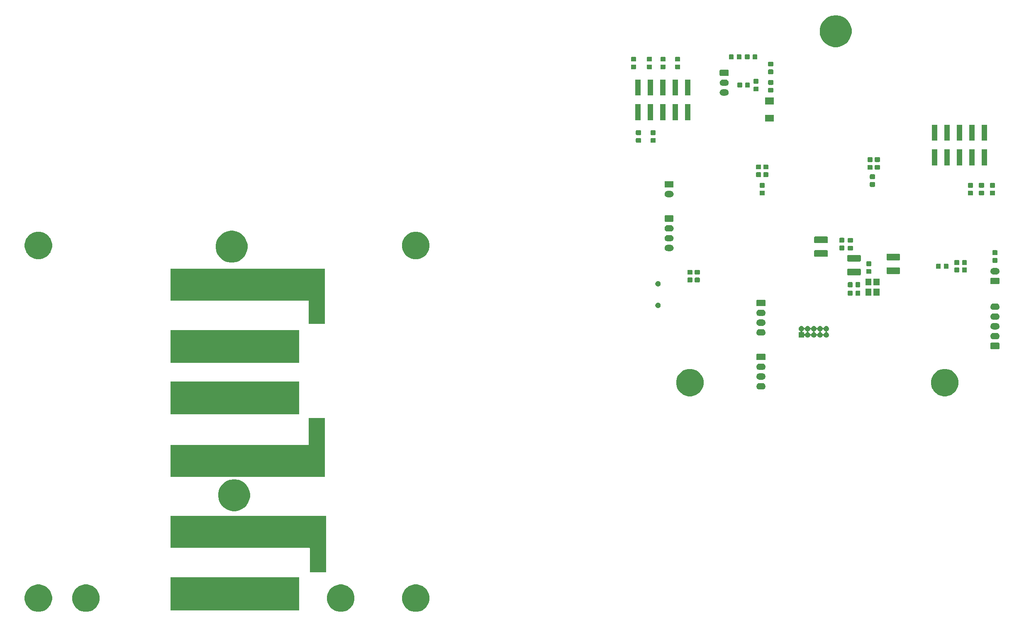
<source format=gbs>
G04 #@! TF.GenerationSoftware,KiCad,Pcbnew,(5.1.4)-1*
G04 #@! TF.CreationDate,2019-11-19T11:57:25+01:00*
G04 #@! TF.ProjectId,hardware_4850,68617264-7761-4726-955f-343835302e6b,rev?*
G04 #@! TF.SameCoordinates,Original*
G04 #@! TF.FileFunction,Soldermask,Bot*
G04 #@! TF.FilePolarity,Negative*
%FSLAX46Y46*%
G04 Gerber Fmt 4.6, Leading zero omitted, Abs format (unit mm)*
G04 Created by KiCad (PCBNEW (5.1.4)-1) date 2019-11-19 11:57:25*
%MOMM*%
%LPD*%
G04 APERTURE LIST*
%ADD10C,0.100000*%
G04 APERTURE END LIST*
D10*
G36*
X70817021Y-175806640D02*
G01*
X71326769Y-176017785D01*
X71326771Y-176017786D01*
X71785534Y-176324321D01*
X72175679Y-176714466D01*
X72482214Y-177173229D01*
X72482215Y-177173231D01*
X72693360Y-177682979D01*
X72801000Y-178224124D01*
X72801000Y-178775876D01*
X72693360Y-179317021D01*
X72482215Y-179826769D01*
X72482214Y-179826771D01*
X72175679Y-180285534D01*
X71785534Y-180675679D01*
X71326771Y-180982214D01*
X71326770Y-180982215D01*
X71326769Y-180982215D01*
X70817021Y-181193360D01*
X70275876Y-181301000D01*
X69724124Y-181301000D01*
X69182979Y-181193360D01*
X68673231Y-180982215D01*
X68673230Y-180982215D01*
X68673229Y-180982214D01*
X68214466Y-180675679D01*
X67824321Y-180285534D01*
X67517786Y-179826771D01*
X67517785Y-179826769D01*
X67306640Y-179317021D01*
X67199000Y-178775876D01*
X67199000Y-178224124D01*
X67306640Y-177682979D01*
X67517785Y-177173231D01*
X67517786Y-177173229D01*
X67824321Y-176714466D01*
X68214466Y-176324321D01*
X68673229Y-176017786D01*
X68673231Y-176017785D01*
X69182979Y-175806640D01*
X69724124Y-175699000D01*
X70275876Y-175699000D01*
X70817021Y-175806640D01*
X70817021Y-175806640D01*
G37*
G36*
X122817021Y-175806640D02*
G01*
X123326769Y-176017785D01*
X123326771Y-176017786D01*
X123785534Y-176324321D01*
X124175679Y-176714466D01*
X124482214Y-177173229D01*
X124482215Y-177173231D01*
X124693360Y-177682979D01*
X124801000Y-178224124D01*
X124801000Y-178775876D01*
X124693360Y-179317021D01*
X124482215Y-179826769D01*
X124482214Y-179826771D01*
X124175679Y-180285534D01*
X123785534Y-180675679D01*
X123326771Y-180982214D01*
X123326770Y-180982215D01*
X123326769Y-180982215D01*
X122817021Y-181193360D01*
X122275876Y-181301000D01*
X121724124Y-181301000D01*
X121182979Y-181193360D01*
X120673231Y-180982215D01*
X120673230Y-180982215D01*
X120673229Y-180982214D01*
X120214466Y-180675679D01*
X119824321Y-180285534D01*
X119517786Y-179826771D01*
X119517785Y-179826769D01*
X119306640Y-179317021D01*
X119199000Y-178775876D01*
X119199000Y-178224124D01*
X119306640Y-177682979D01*
X119517785Y-177173231D01*
X119517786Y-177173229D01*
X119824321Y-176714466D01*
X120214466Y-176324321D01*
X120673229Y-176017786D01*
X120673231Y-176017785D01*
X121182979Y-175806640D01*
X121724124Y-175699000D01*
X122275876Y-175699000D01*
X122817021Y-175806640D01*
X122817021Y-175806640D01*
G37*
G36*
X138117021Y-175806640D02*
G01*
X138626769Y-176017785D01*
X138626771Y-176017786D01*
X139085534Y-176324321D01*
X139475679Y-176714466D01*
X139782214Y-177173229D01*
X139782215Y-177173231D01*
X139993360Y-177682979D01*
X140101000Y-178224124D01*
X140101000Y-178775876D01*
X139993360Y-179317021D01*
X139782215Y-179826769D01*
X139782214Y-179826771D01*
X139475679Y-180285534D01*
X139085534Y-180675679D01*
X138626771Y-180982214D01*
X138626770Y-180982215D01*
X138626769Y-180982215D01*
X138117021Y-181193360D01*
X137575876Y-181301000D01*
X137024124Y-181301000D01*
X136482979Y-181193360D01*
X135973231Y-180982215D01*
X135973230Y-180982215D01*
X135973229Y-180982214D01*
X135514466Y-180675679D01*
X135124321Y-180285534D01*
X134817786Y-179826771D01*
X134817785Y-179826769D01*
X134606640Y-179317021D01*
X134499000Y-178775876D01*
X134499000Y-178224124D01*
X134606640Y-177682979D01*
X134817785Y-177173231D01*
X134817786Y-177173229D01*
X135124321Y-176714466D01*
X135514466Y-176324321D01*
X135973229Y-176017786D01*
X135973231Y-176017785D01*
X136482979Y-175806640D01*
X137024124Y-175699000D01*
X137575876Y-175699000D01*
X138117021Y-175806640D01*
X138117021Y-175806640D01*
G37*
G36*
X61117021Y-175806640D02*
G01*
X61626769Y-176017785D01*
X61626771Y-176017786D01*
X62085534Y-176324321D01*
X62475679Y-176714466D01*
X62782214Y-177173229D01*
X62782215Y-177173231D01*
X62993360Y-177682979D01*
X63101000Y-178224124D01*
X63101000Y-178775876D01*
X62993360Y-179317021D01*
X62782215Y-179826769D01*
X62782214Y-179826771D01*
X62475679Y-180285534D01*
X62085534Y-180675679D01*
X61626771Y-180982214D01*
X61626770Y-180982215D01*
X61626769Y-180982215D01*
X61117021Y-181193360D01*
X60575876Y-181301000D01*
X60024124Y-181301000D01*
X59482979Y-181193360D01*
X58973231Y-180982215D01*
X58973230Y-180982215D01*
X58973229Y-180982214D01*
X58514466Y-180675679D01*
X58124321Y-180285534D01*
X57817786Y-179826771D01*
X57817785Y-179826769D01*
X57606640Y-179317021D01*
X57499000Y-178775876D01*
X57499000Y-178224124D01*
X57606640Y-177682979D01*
X57817785Y-177173231D01*
X57817786Y-177173229D01*
X58124321Y-176714466D01*
X58514466Y-176324321D01*
X58973229Y-176017786D01*
X58973231Y-176017785D01*
X59482979Y-175806640D01*
X60024124Y-175699000D01*
X60575876Y-175699000D01*
X61117021Y-175806640D01*
X61117021Y-175806640D01*
G37*
G36*
X113500000Y-181000000D02*
G01*
X87250000Y-181000000D01*
X87250000Y-174250000D01*
X113500000Y-174250000D01*
X113500000Y-181000000D01*
X113500000Y-181000000D01*
G37*
G36*
X119000000Y-173250000D02*
G01*
X115750000Y-173250000D01*
X115750000Y-168374999D01*
X115747598Y-168350613D01*
X115740485Y-168327164D01*
X115728934Y-168305553D01*
X115713389Y-168286611D01*
X115694447Y-168271066D01*
X115672836Y-168259515D01*
X115649387Y-168252402D01*
X115625001Y-168250000D01*
X87250000Y-168250000D01*
X87250000Y-161750000D01*
X119000000Y-161750000D01*
X119000000Y-173250000D01*
X119000000Y-173250000D01*
G37*
G36*
X100884239Y-154311467D02*
G01*
X101198282Y-154373934D01*
X101789926Y-154619001D01*
X102322392Y-154974784D01*
X102775216Y-155427608D01*
X103130999Y-155960074D01*
X103376066Y-156551718D01*
X103376066Y-156551719D01*
X103501000Y-157179803D01*
X103501000Y-157820197D01*
X103438533Y-158134239D01*
X103376066Y-158448282D01*
X103130999Y-159039926D01*
X102775216Y-159572392D01*
X102322392Y-160025216D01*
X101789926Y-160380999D01*
X101198282Y-160626066D01*
X100884239Y-160688533D01*
X100570197Y-160751000D01*
X99929803Y-160751000D01*
X99615761Y-160688533D01*
X99301718Y-160626066D01*
X98710074Y-160380999D01*
X98177608Y-160025216D01*
X97724784Y-159572392D01*
X97369001Y-159039926D01*
X97123934Y-158448282D01*
X97061467Y-158134239D01*
X96999000Y-157820197D01*
X96999000Y-157179803D01*
X97123934Y-156551719D01*
X97123934Y-156551718D01*
X97369001Y-155960074D01*
X97724784Y-155427608D01*
X98177608Y-154974784D01*
X98710074Y-154619001D01*
X99301718Y-154373934D01*
X99615761Y-154311467D01*
X99929803Y-154249000D01*
X100570197Y-154249000D01*
X100884239Y-154311467D01*
X100884239Y-154311467D01*
G37*
G36*
X118750000Y-153750000D02*
G01*
X87250000Y-153750000D01*
X87250000Y-147250000D01*
X115375001Y-147250000D01*
X115399387Y-147247598D01*
X115422836Y-147240485D01*
X115444447Y-147228934D01*
X115463389Y-147213389D01*
X115478934Y-147194447D01*
X115490485Y-147172836D01*
X115497598Y-147149387D01*
X115500000Y-147125001D01*
X115500000Y-141750000D01*
X118750000Y-141750000D01*
X118750000Y-153750000D01*
X118750000Y-153750000D01*
G37*
G36*
X113500000Y-141000000D02*
G01*
X87250000Y-141000000D01*
X87250000Y-134250000D01*
X113500000Y-134250000D01*
X113500000Y-141000000D01*
X113500000Y-141000000D01*
G37*
G36*
X194067021Y-131806640D02*
G01*
X194576769Y-132017785D01*
X194576771Y-132017786D01*
X195035534Y-132324321D01*
X195425679Y-132714466D01*
X195732214Y-133173229D01*
X195732215Y-133173231D01*
X195943360Y-133682979D01*
X196051000Y-134224124D01*
X196051000Y-134775876D01*
X195943360Y-135317021D01*
X195745828Y-135793905D01*
X195732214Y-135826771D01*
X195425679Y-136285534D01*
X195035534Y-136675679D01*
X194576771Y-136982214D01*
X194576770Y-136982215D01*
X194576769Y-136982215D01*
X194067021Y-137193360D01*
X193525876Y-137301000D01*
X192974124Y-137301000D01*
X192432979Y-137193360D01*
X191923231Y-136982215D01*
X191923230Y-136982215D01*
X191923229Y-136982214D01*
X191464466Y-136675679D01*
X191074321Y-136285534D01*
X190767786Y-135826771D01*
X190754172Y-135793905D01*
X190556640Y-135317021D01*
X190449000Y-134775876D01*
X190449000Y-134224124D01*
X190556640Y-133682979D01*
X190767785Y-133173231D01*
X190767786Y-133173229D01*
X191074321Y-132714466D01*
X191464466Y-132324321D01*
X191923229Y-132017786D01*
X191923231Y-132017785D01*
X192432979Y-131806640D01*
X192974124Y-131699000D01*
X193525876Y-131699000D01*
X194067021Y-131806640D01*
X194067021Y-131806640D01*
G37*
G36*
X246067021Y-131806640D02*
G01*
X246576769Y-132017785D01*
X246576771Y-132017786D01*
X247035534Y-132324321D01*
X247425679Y-132714466D01*
X247732214Y-133173229D01*
X247732215Y-133173231D01*
X247943360Y-133682979D01*
X248051000Y-134224124D01*
X248051000Y-134775876D01*
X247943360Y-135317021D01*
X247745828Y-135793905D01*
X247732214Y-135826771D01*
X247425679Y-136285534D01*
X247035534Y-136675679D01*
X246576771Y-136982214D01*
X246576770Y-136982215D01*
X246576769Y-136982215D01*
X246067021Y-137193360D01*
X245525876Y-137301000D01*
X244974124Y-137301000D01*
X244432979Y-137193360D01*
X243923231Y-136982215D01*
X243923230Y-136982215D01*
X243923229Y-136982214D01*
X243464466Y-136675679D01*
X243074321Y-136285534D01*
X242767786Y-135826771D01*
X242754172Y-135793905D01*
X242556640Y-135317021D01*
X242449000Y-134775876D01*
X242449000Y-134224124D01*
X242556640Y-133682979D01*
X242767785Y-133173231D01*
X242767786Y-133173229D01*
X243074321Y-132714466D01*
X243464466Y-132324321D01*
X243923229Y-132017786D01*
X243923231Y-132017785D01*
X244432979Y-131806640D01*
X244974124Y-131699000D01*
X245525876Y-131699000D01*
X246067021Y-131806640D01*
X246067021Y-131806640D01*
G37*
G36*
X208088855Y-134602140D02*
G01*
X208152618Y-134608420D01*
X208243404Y-134635960D01*
X208275336Y-134645646D01*
X208388425Y-134706094D01*
X208487554Y-134787446D01*
X208568906Y-134886575D01*
X208629354Y-134999664D01*
X208629355Y-134999668D01*
X208666580Y-135122382D01*
X208679149Y-135250000D01*
X208666580Y-135377618D01*
X208639040Y-135468404D01*
X208629354Y-135500336D01*
X208568906Y-135613425D01*
X208487554Y-135712554D01*
X208388425Y-135793906D01*
X208275336Y-135854354D01*
X208243404Y-135864040D01*
X208152618Y-135891580D01*
X208088855Y-135897860D01*
X208056974Y-135901000D01*
X207443026Y-135901000D01*
X207411145Y-135897860D01*
X207347382Y-135891580D01*
X207256596Y-135864040D01*
X207224664Y-135854354D01*
X207111575Y-135793906D01*
X207012446Y-135712554D01*
X206931094Y-135613425D01*
X206870646Y-135500336D01*
X206860960Y-135468404D01*
X206833420Y-135377618D01*
X206820851Y-135250000D01*
X206833420Y-135122382D01*
X206870645Y-134999668D01*
X206870646Y-134999664D01*
X206931094Y-134886575D01*
X207012446Y-134787446D01*
X207111575Y-134706094D01*
X207224664Y-134645646D01*
X207256596Y-134635960D01*
X207347382Y-134608420D01*
X207411145Y-134602140D01*
X207443026Y-134599000D01*
X208056974Y-134599000D01*
X208088855Y-134602140D01*
X208088855Y-134602140D01*
G37*
G36*
X208088855Y-132602140D02*
G01*
X208152618Y-132608420D01*
X208243404Y-132635960D01*
X208275336Y-132645646D01*
X208388425Y-132706094D01*
X208487554Y-132787446D01*
X208568906Y-132886575D01*
X208629354Y-132999664D01*
X208629355Y-132999668D01*
X208666580Y-133122382D01*
X208679149Y-133250000D01*
X208666580Y-133377618D01*
X208639040Y-133468404D01*
X208629354Y-133500336D01*
X208568906Y-133613425D01*
X208487554Y-133712554D01*
X208388425Y-133793906D01*
X208275336Y-133854354D01*
X208243404Y-133864040D01*
X208152618Y-133891580D01*
X208088855Y-133897860D01*
X208056974Y-133901000D01*
X207443026Y-133901000D01*
X207411145Y-133897860D01*
X207347382Y-133891580D01*
X207256596Y-133864040D01*
X207224664Y-133854354D01*
X207111575Y-133793906D01*
X207012446Y-133712554D01*
X206931094Y-133613425D01*
X206870646Y-133500336D01*
X206860960Y-133468404D01*
X206833420Y-133377618D01*
X206820851Y-133250000D01*
X206833420Y-133122382D01*
X206870645Y-132999668D01*
X206870646Y-132999664D01*
X206931094Y-132886575D01*
X207012446Y-132787446D01*
X207111575Y-132706094D01*
X207224664Y-132645646D01*
X207256596Y-132635960D01*
X207347382Y-132608420D01*
X207411145Y-132602140D01*
X207443026Y-132599000D01*
X208056974Y-132599000D01*
X208088855Y-132602140D01*
X208088855Y-132602140D01*
G37*
G36*
X208088855Y-130602140D02*
G01*
X208152618Y-130608420D01*
X208243404Y-130635960D01*
X208275336Y-130645646D01*
X208388425Y-130706094D01*
X208487554Y-130787446D01*
X208568906Y-130886575D01*
X208629354Y-130999664D01*
X208629355Y-130999668D01*
X208666580Y-131122382D01*
X208679149Y-131250000D01*
X208666580Y-131377618D01*
X208639040Y-131468404D01*
X208629354Y-131500336D01*
X208568906Y-131613425D01*
X208487554Y-131712554D01*
X208388425Y-131793906D01*
X208275336Y-131854354D01*
X208243404Y-131864040D01*
X208152618Y-131891580D01*
X208088855Y-131897860D01*
X208056974Y-131901000D01*
X207443026Y-131901000D01*
X207411145Y-131897860D01*
X207347382Y-131891580D01*
X207256596Y-131864040D01*
X207224664Y-131854354D01*
X207111575Y-131793906D01*
X207012446Y-131712554D01*
X206931094Y-131613425D01*
X206870646Y-131500336D01*
X206860960Y-131468404D01*
X206833420Y-131377618D01*
X206820851Y-131250000D01*
X206833420Y-131122382D01*
X206870645Y-130999668D01*
X206870646Y-130999664D01*
X206931094Y-130886575D01*
X207012446Y-130787446D01*
X207111575Y-130706094D01*
X207224664Y-130645646D01*
X207256596Y-130635960D01*
X207347382Y-130608420D01*
X207411145Y-130602140D01*
X207443026Y-130599000D01*
X208056974Y-130599000D01*
X208088855Y-130602140D01*
X208088855Y-130602140D01*
G37*
G36*
X113500000Y-130500000D02*
G01*
X87250000Y-130500000D01*
X87250000Y-123750000D01*
X113500000Y-123750000D01*
X113500000Y-130500000D01*
X113500000Y-130500000D01*
G37*
G36*
X208516242Y-128603404D02*
G01*
X208553337Y-128614657D01*
X208587515Y-128632925D01*
X208617481Y-128657519D01*
X208642075Y-128687485D01*
X208660343Y-128721663D01*
X208671596Y-128758758D01*
X208676000Y-128803474D01*
X208676000Y-129696526D01*
X208671596Y-129741242D01*
X208660343Y-129778337D01*
X208642075Y-129812515D01*
X208617481Y-129842481D01*
X208587515Y-129867075D01*
X208553337Y-129885343D01*
X208516242Y-129896596D01*
X208471526Y-129901000D01*
X207028474Y-129901000D01*
X206983758Y-129896596D01*
X206946663Y-129885343D01*
X206912485Y-129867075D01*
X206882519Y-129842481D01*
X206857925Y-129812515D01*
X206839657Y-129778337D01*
X206828404Y-129741242D01*
X206824000Y-129696526D01*
X206824000Y-128803474D01*
X206828404Y-128758758D01*
X206839657Y-128721663D01*
X206857925Y-128687485D01*
X206882519Y-128657519D01*
X206912485Y-128632925D01*
X206946663Y-128614657D01*
X206983758Y-128603404D01*
X207028474Y-128599000D01*
X208471526Y-128599000D01*
X208516242Y-128603404D01*
X208516242Y-128603404D01*
G37*
G36*
X256266242Y-126353404D02*
G01*
X256303337Y-126364657D01*
X256337515Y-126382925D01*
X256367481Y-126407519D01*
X256392075Y-126437485D01*
X256410343Y-126471663D01*
X256421596Y-126508758D01*
X256426000Y-126553474D01*
X256426000Y-127446526D01*
X256421596Y-127491242D01*
X256410343Y-127528337D01*
X256392075Y-127562515D01*
X256367481Y-127592481D01*
X256337515Y-127617075D01*
X256303337Y-127635343D01*
X256266242Y-127646596D01*
X256221526Y-127651000D01*
X254778474Y-127651000D01*
X254733758Y-127646596D01*
X254696663Y-127635343D01*
X254662485Y-127617075D01*
X254632519Y-127592481D01*
X254607925Y-127562515D01*
X254589657Y-127528337D01*
X254578404Y-127491242D01*
X254574000Y-127446526D01*
X254574000Y-126553474D01*
X254578404Y-126508758D01*
X254589657Y-126471663D01*
X254607925Y-126437485D01*
X254632519Y-126407519D01*
X254662485Y-126382925D01*
X254696663Y-126364657D01*
X254733758Y-126353404D01*
X254778474Y-126349000D01*
X256221526Y-126349000D01*
X256266242Y-126353404D01*
X256266242Y-126353404D01*
G37*
G36*
X255838855Y-124352140D02*
G01*
X255902618Y-124358420D01*
X255965905Y-124377618D01*
X256025336Y-124395646D01*
X256138425Y-124456094D01*
X256237554Y-124537446D01*
X256318906Y-124636575D01*
X256379354Y-124749664D01*
X256379355Y-124749668D01*
X256416580Y-124872382D01*
X256429149Y-125000000D01*
X256416580Y-125127618D01*
X256391482Y-125210356D01*
X256379354Y-125250336D01*
X256318906Y-125363425D01*
X256237554Y-125462554D01*
X256138425Y-125543906D01*
X256025336Y-125604354D01*
X255993404Y-125614040D01*
X255902618Y-125641580D01*
X255838855Y-125647860D01*
X255806974Y-125651000D01*
X255193026Y-125651000D01*
X255161145Y-125647860D01*
X255097382Y-125641580D01*
X255006596Y-125614040D01*
X254974664Y-125604354D01*
X254861575Y-125543906D01*
X254762446Y-125462554D01*
X254681094Y-125363425D01*
X254620646Y-125250336D01*
X254608518Y-125210356D01*
X254583420Y-125127618D01*
X254570851Y-125000000D01*
X254583420Y-124872382D01*
X254620645Y-124749668D01*
X254620646Y-124749664D01*
X254681094Y-124636575D01*
X254762446Y-124537446D01*
X254861575Y-124456094D01*
X254974664Y-124395646D01*
X255034095Y-124377618D01*
X255097382Y-124358420D01*
X255161145Y-124352140D01*
X255193026Y-124349000D01*
X255806974Y-124349000D01*
X255838855Y-124352140D01*
X255838855Y-124352140D01*
G37*
G36*
X216108015Y-122936973D02*
G01*
X216211879Y-122968479D01*
X216239055Y-122983005D01*
X216307600Y-123019643D01*
X216391501Y-123088499D01*
X216460357Y-123172400D01*
X216496995Y-123240945D01*
X216511521Y-123268121D01*
X216515388Y-123280869D01*
X216524760Y-123303496D01*
X216538374Y-123323870D01*
X216555701Y-123341197D01*
X216576075Y-123354811D01*
X216598714Y-123364188D01*
X216622747Y-123368969D01*
X216647251Y-123368969D01*
X216671285Y-123364189D01*
X216693924Y-123354812D01*
X216714298Y-123341198D01*
X216731625Y-123323871D01*
X216745239Y-123303497D01*
X216754612Y-123280869D01*
X216758479Y-123268121D01*
X216773005Y-123240945D01*
X216809643Y-123172400D01*
X216878499Y-123088499D01*
X216962400Y-123019643D01*
X217030945Y-122983005D01*
X217058121Y-122968479D01*
X217161985Y-122936973D01*
X217242933Y-122929000D01*
X217297067Y-122929000D01*
X217378015Y-122936973D01*
X217481879Y-122968479D01*
X217509055Y-122983005D01*
X217577600Y-123019643D01*
X217661501Y-123088499D01*
X217730357Y-123172400D01*
X217766995Y-123240945D01*
X217781521Y-123268121D01*
X217785388Y-123280869D01*
X217794760Y-123303496D01*
X217808374Y-123323870D01*
X217825701Y-123341197D01*
X217846075Y-123354811D01*
X217868714Y-123364188D01*
X217892747Y-123368969D01*
X217917251Y-123368969D01*
X217941285Y-123364189D01*
X217963924Y-123354812D01*
X217984298Y-123341198D01*
X218001625Y-123323871D01*
X218015239Y-123303497D01*
X218024612Y-123280869D01*
X218028479Y-123268121D01*
X218043005Y-123240945D01*
X218079643Y-123172400D01*
X218148499Y-123088499D01*
X218232400Y-123019643D01*
X218300945Y-122983005D01*
X218328121Y-122968479D01*
X218431985Y-122936973D01*
X218512933Y-122929000D01*
X218567067Y-122929000D01*
X218648015Y-122936973D01*
X218751879Y-122968479D01*
X218779055Y-122983005D01*
X218847600Y-123019643D01*
X218931501Y-123088499D01*
X219000357Y-123172400D01*
X219036995Y-123240945D01*
X219051521Y-123268121D01*
X219055388Y-123280869D01*
X219064760Y-123303496D01*
X219078374Y-123323870D01*
X219095701Y-123341197D01*
X219116075Y-123354811D01*
X219138714Y-123364188D01*
X219162747Y-123368969D01*
X219187251Y-123368969D01*
X219211285Y-123364189D01*
X219233924Y-123354812D01*
X219254298Y-123341198D01*
X219271625Y-123323871D01*
X219285239Y-123303497D01*
X219294612Y-123280869D01*
X219298479Y-123268121D01*
X219313005Y-123240945D01*
X219349643Y-123172400D01*
X219418499Y-123088499D01*
X219502400Y-123019643D01*
X219570945Y-122983005D01*
X219598121Y-122968479D01*
X219701985Y-122936973D01*
X219782933Y-122929000D01*
X219837067Y-122929000D01*
X219918015Y-122936973D01*
X220021879Y-122968479D01*
X220049055Y-122983005D01*
X220117600Y-123019643D01*
X220201501Y-123088499D01*
X220270357Y-123172400D01*
X220306995Y-123240945D01*
X220321521Y-123268121D01*
X220325388Y-123280869D01*
X220334760Y-123303496D01*
X220348374Y-123323870D01*
X220365701Y-123341197D01*
X220386075Y-123354811D01*
X220408714Y-123364188D01*
X220432747Y-123368969D01*
X220457251Y-123368969D01*
X220481285Y-123364189D01*
X220503924Y-123354812D01*
X220524298Y-123341198D01*
X220541625Y-123323871D01*
X220555239Y-123303497D01*
X220564612Y-123280869D01*
X220568479Y-123268121D01*
X220583005Y-123240945D01*
X220619643Y-123172400D01*
X220688499Y-123088499D01*
X220772400Y-123019643D01*
X220840945Y-122983005D01*
X220868121Y-122968479D01*
X220971985Y-122936973D01*
X221052933Y-122929000D01*
X221107067Y-122929000D01*
X221188015Y-122936973D01*
X221291879Y-122968479D01*
X221319055Y-122983005D01*
X221387600Y-123019643D01*
X221471501Y-123088499D01*
X221540357Y-123172400D01*
X221576995Y-123240945D01*
X221591521Y-123268121D01*
X221623027Y-123371985D01*
X221633666Y-123480000D01*
X221623027Y-123588015D01*
X221591521Y-123691879D01*
X221591519Y-123691882D01*
X221540357Y-123787600D01*
X221471501Y-123871501D01*
X221387600Y-123940357D01*
X221332014Y-123970068D01*
X221291879Y-123991521D01*
X221279131Y-123995388D01*
X221256504Y-124004760D01*
X221236130Y-124018374D01*
X221218803Y-124035701D01*
X221205189Y-124056075D01*
X221195812Y-124078714D01*
X221191031Y-124102747D01*
X221191031Y-124127251D01*
X221195811Y-124151285D01*
X221205188Y-124173924D01*
X221218802Y-124194298D01*
X221236129Y-124211625D01*
X221256503Y-124225239D01*
X221279131Y-124234612D01*
X221291879Y-124238479D01*
X221313433Y-124250000D01*
X221387600Y-124289643D01*
X221471501Y-124358499D01*
X221540357Y-124442400D01*
X221571322Y-124500332D01*
X221591521Y-124538121D01*
X221623027Y-124641985D01*
X221633666Y-124750000D01*
X221623027Y-124858015D01*
X221591521Y-124961879D01*
X221591191Y-124962496D01*
X221540357Y-125057600D01*
X221471501Y-125141501D01*
X221387600Y-125210357D01*
X221319055Y-125246995D01*
X221291879Y-125261521D01*
X221188015Y-125293027D01*
X221107067Y-125301000D01*
X221052933Y-125301000D01*
X220971985Y-125293027D01*
X220868121Y-125261521D01*
X220840945Y-125246995D01*
X220772400Y-125210357D01*
X220688499Y-125141501D01*
X220619643Y-125057600D01*
X220568809Y-124962496D01*
X220568479Y-124961879D01*
X220564612Y-124949131D01*
X220555240Y-124926504D01*
X220541626Y-124906130D01*
X220524299Y-124888803D01*
X220503925Y-124875189D01*
X220481286Y-124865812D01*
X220457253Y-124861031D01*
X220432749Y-124861031D01*
X220408715Y-124865811D01*
X220386076Y-124875188D01*
X220365702Y-124888802D01*
X220348375Y-124906129D01*
X220334761Y-124926503D01*
X220325388Y-124949131D01*
X220321521Y-124961879D01*
X220321191Y-124962496D01*
X220270357Y-125057600D01*
X220201501Y-125141501D01*
X220117600Y-125210357D01*
X220049055Y-125246995D01*
X220021879Y-125261521D01*
X219918015Y-125293027D01*
X219837067Y-125301000D01*
X219782933Y-125301000D01*
X219701985Y-125293027D01*
X219598121Y-125261521D01*
X219570945Y-125246995D01*
X219502400Y-125210357D01*
X219418499Y-125141501D01*
X219349643Y-125057600D01*
X219298809Y-124962496D01*
X219298479Y-124961879D01*
X219294612Y-124949131D01*
X219285240Y-124926504D01*
X219271626Y-124906130D01*
X219254299Y-124888803D01*
X219233925Y-124875189D01*
X219211286Y-124865812D01*
X219187253Y-124861031D01*
X219162749Y-124861031D01*
X219138715Y-124865811D01*
X219116076Y-124875188D01*
X219095702Y-124888802D01*
X219078375Y-124906129D01*
X219064761Y-124926503D01*
X219055388Y-124949131D01*
X219051521Y-124961879D01*
X219051191Y-124962496D01*
X219000357Y-125057600D01*
X218931501Y-125141501D01*
X218847600Y-125210357D01*
X218779055Y-125246995D01*
X218751879Y-125261521D01*
X218648015Y-125293027D01*
X218567067Y-125301000D01*
X218512933Y-125301000D01*
X218431985Y-125293027D01*
X218328121Y-125261521D01*
X218300945Y-125246995D01*
X218232400Y-125210357D01*
X218148499Y-125141501D01*
X218079643Y-125057600D01*
X218028809Y-124962496D01*
X218028479Y-124961879D01*
X218024612Y-124949131D01*
X218015240Y-124926504D01*
X218001626Y-124906130D01*
X217984299Y-124888803D01*
X217963925Y-124875189D01*
X217941286Y-124865812D01*
X217917253Y-124861031D01*
X217892749Y-124861031D01*
X217868715Y-124865811D01*
X217846076Y-124875188D01*
X217825702Y-124888802D01*
X217808375Y-124906129D01*
X217794761Y-124926503D01*
X217785388Y-124949131D01*
X217781521Y-124961879D01*
X217781191Y-124962496D01*
X217730357Y-125057600D01*
X217661501Y-125141501D01*
X217577600Y-125210357D01*
X217509055Y-125246995D01*
X217481879Y-125261521D01*
X217378015Y-125293027D01*
X217297067Y-125301000D01*
X217242933Y-125301000D01*
X217161985Y-125293027D01*
X217058121Y-125261521D01*
X217030945Y-125246995D01*
X216962400Y-125210357D01*
X216878499Y-125141501D01*
X216809645Y-125057601D01*
X216809644Y-125057600D01*
X216786236Y-125013807D01*
X216772625Y-124993437D01*
X216755298Y-124976110D01*
X216734924Y-124962496D01*
X216712285Y-124953119D01*
X216688252Y-124948338D01*
X216663748Y-124948338D01*
X216639714Y-124953118D01*
X216617076Y-124962495D01*
X216596701Y-124976109D01*
X216579374Y-124993436D01*
X216565760Y-125013810D01*
X216556383Y-125036449D01*
X216551602Y-125060482D01*
X216551000Y-125072735D01*
X216551000Y-125301000D01*
X215449000Y-125301000D01*
X215449000Y-124199000D01*
X215677265Y-124199000D01*
X215701651Y-124196598D01*
X215725100Y-124189485D01*
X215746711Y-124177934D01*
X215765653Y-124162389D01*
X215781198Y-124143447D01*
X215792749Y-124121836D01*
X215799862Y-124098387D01*
X215802264Y-124074001D01*
X215801058Y-124061748D01*
X216198338Y-124061748D01*
X216198338Y-124086252D01*
X216203118Y-124110286D01*
X216212495Y-124132924D01*
X216226109Y-124153299D01*
X216243436Y-124170626D01*
X216263810Y-124184240D01*
X216286449Y-124193617D01*
X216310482Y-124198398D01*
X216322735Y-124199000D01*
X216551000Y-124199000D01*
X216551000Y-124427265D01*
X216553402Y-124451651D01*
X216560515Y-124475100D01*
X216572066Y-124496711D01*
X216587611Y-124515653D01*
X216606553Y-124531198D01*
X216628164Y-124542749D01*
X216651613Y-124549862D01*
X216675999Y-124552264D01*
X216700385Y-124549862D01*
X216723834Y-124542749D01*
X216745445Y-124531198D01*
X216764387Y-124515653D01*
X216779932Y-124496711D01*
X216786233Y-124486198D01*
X216809644Y-124442400D01*
X216878499Y-124358499D01*
X216890074Y-124349000D01*
X216962400Y-124289643D01*
X217036567Y-124250000D01*
X217058121Y-124238479D01*
X217070869Y-124234612D01*
X217093496Y-124225240D01*
X217113870Y-124211626D01*
X217131197Y-124194299D01*
X217144811Y-124173925D01*
X217154188Y-124151286D01*
X217158969Y-124127253D01*
X217158969Y-124102749D01*
X217158969Y-124102747D01*
X217381031Y-124102747D01*
X217381031Y-124127251D01*
X217385811Y-124151285D01*
X217395188Y-124173924D01*
X217408802Y-124194298D01*
X217426129Y-124211625D01*
X217446503Y-124225239D01*
X217469131Y-124234612D01*
X217481879Y-124238479D01*
X217503433Y-124250000D01*
X217577600Y-124289643D01*
X217661501Y-124358499D01*
X217730357Y-124442400D01*
X217761322Y-124500332D01*
X217781521Y-124538121D01*
X217785388Y-124550869D01*
X217794760Y-124573496D01*
X217808374Y-124593870D01*
X217825701Y-124611197D01*
X217846075Y-124624811D01*
X217868714Y-124634188D01*
X217892747Y-124638969D01*
X217917251Y-124638969D01*
X217941285Y-124634189D01*
X217963924Y-124624812D01*
X217984298Y-124611198D01*
X218001625Y-124593871D01*
X218015239Y-124573497D01*
X218024612Y-124550869D01*
X218028479Y-124538121D01*
X218048678Y-124500332D01*
X218079643Y-124442400D01*
X218148499Y-124358499D01*
X218232400Y-124289643D01*
X218306567Y-124250000D01*
X218328121Y-124238479D01*
X218340869Y-124234612D01*
X218363496Y-124225240D01*
X218383870Y-124211626D01*
X218401197Y-124194299D01*
X218414811Y-124173925D01*
X218424188Y-124151286D01*
X218428969Y-124127253D01*
X218428969Y-124102749D01*
X218428969Y-124102747D01*
X218651031Y-124102747D01*
X218651031Y-124127251D01*
X218655811Y-124151285D01*
X218665188Y-124173924D01*
X218678802Y-124194298D01*
X218696129Y-124211625D01*
X218716503Y-124225239D01*
X218739131Y-124234612D01*
X218751879Y-124238479D01*
X218773433Y-124250000D01*
X218847600Y-124289643D01*
X218931501Y-124358499D01*
X219000357Y-124442400D01*
X219031322Y-124500332D01*
X219051521Y-124538121D01*
X219055388Y-124550869D01*
X219064760Y-124573496D01*
X219078374Y-124593870D01*
X219095701Y-124611197D01*
X219116075Y-124624811D01*
X219138714Y-124634188D01*
X219162747Y-124638969D01*
X219187251Y-124638969D01*
X219211285Y-124634189D01*
X219233924Y-124624812D01*
X219254298Y-124611198D01*
X219271625Y-124593871D01*
X219285239Y-124573497D01*
X219294612Y-124550869D01*
X219298479Y-124538121D01*
X219318678Y-124500332D01*
X219349643Y-124442400D01*
X219418499Y-124358499D01*
X219502400Y-124289643D01*
X219576567Y-124250000D01*
X219598121Y-124238479D01*
X219610869Y-124234612D01*
X219633496Y-124225240D01*
X219653870Y-124211626D01*
X219671197Y-124194299D01*
X219684811Y-124173925D01*
X219694188Y-124151286D01*
X219698969Y-124127253D01*
X219698969Y-124102749D01*
X219698969Y-124102747D01*
X219921031Y-124102747D01*
X219921031Y-124127251D01*
X219925811Y-124151285D01*
X219935188Y-124173924D01*
X219948802Y-124194298D01*
X219966129Y-124211625D01*
X219986503Y-124225239D01*
X220009131Y-124234612D01*
X220021879Y-124238479D01*
X220043433Y-124250000D01*
X220117600Y-124289643D01*
X220201501Y-124358499D01*
X220270357Y-124442400D01*
X220301322Y-124500332D01*
X220321521Y-124538121D01*
X220325388Y-124550869D01*
X220334760Y-124573496D01*
X220348374Y-124593870D01*
X220365701Y-124611197D01*
X220386075Y-124624811D01*
X220408714Y-124634188D01*
X220432747Y-124638969D01*
X220457251Y-124638969D01*
X220481285Y-124634189D01*
X220503924Y-124624812D01*
X220524298Y-124611198D01*
X220541625Y-124593871D01*
X220555239Y-124573497D01*
X220564612Y-124550869D01*
X220568479Y-124538121D01*
X220588678Y-124500332D01*
X220619643Y-124442400D01*
X220688499Y-124358499D01*
X220772400Y-124289643D01*
X220846567Y-124250000D01*
X220868121Y-124238479D01*
X220880869Y-124234612D01*
X220903496Y-124225240D01*
X220923870Y-124211626D01*
X220941197Y-124194299D01*
X220954811Y-124173925D01*
X220964188Y-124151286D01*
X220968969Y-124127253D01*
X220968969Y-124102749D01*
X220964189Y-124078715D01*
X220954812Y-124056076D01*
X220941198Y-124035702D01*
X220923871Y-124018375D01*
X220903497Y-124004761D01*
X220880869Y-123995388D01*
X220868121Y-123991521D01*
X220827986Y-123970068D01*
X220772400Y-123940357D01*
X220688499Y-123871501D01*
X220619643Y-123787600D01*
X220568481Y-123691882D01*
X220568479Y-123691879D01*
X220564612Y-123679131D01*
X220555240Y-123656504D01*
X220541626Y-123636130D01*
X220524299Y-123618803D01*
X220503925Y-123605189D01*
X220481286Y-123595812D01*
X220457253Y-123591031D01*
X220432749Y-123591031D01*
X220408715Y-123595811D01*
X220386076Y-123605188D01*
X220365702Y-123618802D01*
X220348375Y-123636129D01*
X220334761Y-123656503D01*
X220325388Y-123679131D01*
X220321521Y-123691879D01*
X220321519Y-123691882D01*
X220270357Y-123787600D01*
X220201501Y-123871501D01*
X220117600Y-123940357D01*
X220062014Y-123970068D01*
X220021879Y-123991521D01*
X220009131Y-123995388D01*
X219986504Y-124004760D01*
X219966130Y-124018374D01*
X219948803Y-124035701D01*
X219935189Y-124056075D01*
X219925812Y-124078714D01*
X219921031Y-124102747D01*
X219698969Y-124102747D01*
X219694189Y-124078715D01*
X219684812Y-124056076D01*
X219671198Y-124035702D01*
X219653871Y-124018375D01*
X219633497Y-124004761D01*
X219610869Y-123995388D01*
X219598121Y-123991521D01*
X219557986Y-123970068D01*
X219502400Y-123940357D01*
X219418499Y-123871501D01*
X219349643Y-123787600D01*
X219298481Y-123691882D01*
X219298479Y-123691879D01*
X219294612Y-123679131D01*
X219285240Y-123656504D01*
X219271626Y-123636130D01*
X219254299Y-123618803D01*
X219233925Y-123605189D01*
X219211286Y-123595812D01*
X219187253Y-123591031D01*
X219162749Y-123591031D01*
X219138715Y-123595811D01*
X219116076Y-123605188D01*
X219095702Y-123618802D01*
X219078375Y-123636129D01*
X219064761Y-123656503D01*
X219055388Y-123679131D01*
X219051521Y-123691879D01*
X219051519Y-123691882D01*
X219000357Y-123787600D01*
X218931501Y-123871501D01*
X218847600Y-123940357D01*
X218792014Y-123970068D01*
X218751879Y-123991521D01*
X218739131Y-123995388D01*
X218716504Y-124004760D01*
X218696130Y-124018374D01*
X218678803Y-124035701D01*
X218665189Y-124056075D01*
X218655812Y-124078714D01*
X218651031Y-124102747D01*
X218428969Y-124102747D01*
X218424189Y-124078715D01*
X218414812Y-124056076D01*
X218401198Y-124035702D01*
X218383871Y-124018375D01*
X218363497Y-124004761D01*
X218340869Y-123995388D01*
X218328121Y-123991521D01*
X218287986Y-123970068D01*
X218232400Y-123940357D01*
X218148499Y-123871501D01*
X218079643Y-123787600D01*
X218028481Y-123691882D01*
X218028479Y-123691879D01*
X218024612Y-123679131D01*
X218015240Y-123656504D01*
X218001626Y-123636130D01*
X217984299Y-123618803D01*
X217963925Y-123605189D01*
X217941286Y-123595812D01*
X217917253Y-123591031D01*
X217892749Y-123591031D01*
X217868715Y-123595811D01*
X217846076Y-123605188D01*
X217825702Y-123618802D01*
X217808375Y-123636129D01*
X217794761Y-123656503D01*
X217785388Y-123679131D01*
X217781521Y-123691879D01*
X217781519Y-123691882D01*
X217730357Y-123787600D01*
X217661501Y-123871501D01*
X217577600Y-123940357D01*
X217522014Y-123970068D01*
X217481879Y-123991521D01*
X217469131Y-123995388D01*
X217446504Y-124004760D01*
X217426130Y-124018374D01*
X217408803Y-124035701D01*
X217395189Y-124056075D01*
X217385812Y-124078714D01*
X217381031Y-124102747D01*
X217158969Y-124102747D01*
X217154189Y-124078715D01*
X217144812Y-124056076D01*
X217131198Y-124035702D01*
X217113871Y-124018375D01*
X217093497Y-124004761D01*
X217070869Y-123995388D01*
X217058121Y-123991521D01*
X217017986Y-123970068D01*
X216962400Y-123940357D01*
X216878499Y-123871501D01*
X216809643Y-123787600D01*
X216758481Y-123691882D01*
X216758479Y-123691879D01*
X216754612Y-123679131D01*
X216745240Y-123656504D01*
X216731626Y-123636130D01*
X216714299Y-123618803D01*
X216693925Y-123605189D01*
X216671286Y-123595812D01*
X216647253Y-123591031D01*
X216622749Y-123591031D01*
X216598715Y-123595811D01*
X216576076Y-123605188D01*
X216555702Y-123618802D01*
X216538375Y-123636129D01*
X216524761Y-123656503D01*
X216515388Y-123679131D01*
X216511521Y-123691879D01*
X216511519Y-123691882D01*
X216460357Y-123787600D01*
X216391501Y-123871501D01*
X216307600Y-123940356D01*
X216263807Y-123963764D01*
X216243437Y-123977375D01*
X216226110Y-123994702D01*
X216212496Y-124015076D01*
X216203119Y-124037715D01*
X216198338Y-124061748D01*
X215801058Y-124061748D01*
X215799862Y-124049615D01*
X215792749Y-124026166D01*
X215781198Y-124004555D01*
X215765653Y-123985613D01*
X215746711Y-123970068D01*
X215736198Y-123963767D01*
X215692400Y-123940356D01*
X215608499Y-123871501D01*
X215539643Y-123787600D01*
X215488481Y-123691882D01*
X215488479Y-123691879D01*
X215456973Y-123588015D01*
X215446334Y-123480000D01*
X215456973Y-123371985D01*
X215488479Y-123268121D01*
X215503005Y-123240945D01*
X215539643Y-123172400D01*
X215608499Y-123088499D01*
X215692400Y-123019643D01*
X215760945Y-122983005D01*
X215788121Y-122968479D01*
X215891985Y-122936973D01*
X215972933Y-122929000D01*
X216027067Y-122929000D01*
X216108015Y-122936973D01*
X216108015Y-122936973D01*
G37*
G36*
X208088855Y-123602140D02*
G01*
X208152618Y-123608420D01*
X208243404Y-123635960D01*
X208275336Y-123645646D01*
X208388425Y-123706094D01*
X208487554Y-123787446D01*
X208568906Y-123886575D01*
X208629354Y-123999664D01*
X208635030Y-124018375D01*
X208666580Y-124122382D01*
X208679149Y-124250000D01*
X208666580Y-124377618D01*
X208644122Y-124451651D01*
X208629354Y-124500336D01*
X208568906Y-124613425D01*
X208487554Y-124712554D01*
X208388425Y-124793906D01*
X208275336Y-124854354D01*
X208263267Y-124858015D01*
X208152618Y-124891580D01*
X208088855Y-124897860D01*
X208056974Y-124901000D01*
X207443026Y-124901000D01*
X207411145Y-124897860D01*
X207347382Y-124891580D01*
X207236733Y-124858015D01*
X207224664Y-124854354D01*
X207111575Y-124793906D01*
X207012446Y-124712554D01*
X206931094Y-124613425D01*
X206870646Y-124500336D01*
X206855878Y-124451651D01*
X206833420Y-124377618D01*
X206820851Y-124250000D01*
X206833420Y-124122382D01*
X206864970Y-124018375D01*
X206870646Y-123999664D01*
X206931094Y-123886575D01*
X207012446Y-123787446D01*
X207111575Y-123706094D01*
X207224664Y-123645646D01*
X207256596Y-123635960D01*
X207347382Y-123608420D01*
X207411145Y-123602140D01*
X207443026Y-123599000D01*
X208056974Y-123599000D01*
X208088855Y-123602140D01*
X208088855Y-123602140D01*
G37*
G36*
X255838855Y-122352140D02*
G01*
X255902618Y-122358420D01*
X255965905Y-122377618D01*
X256025336Y-122395646D01*
X256138425Y-122456094D01*
X256237554Y-122537446D01*
X256318906Y-122636575D01*
X256379354Y-122749664D01*
X256379355Y-122749668D01*
X256416580Y-122872382D01*
X256429149Y-123000000D01*
X256416580Y-123127618D01*
X256402995Y-123172400D01*
X256379354Y-123250336D01*
X256318906Y-123363425D01*
X256237554Y-123462554D01*
X256138425Y-123543906D01*
X256025336Y-123604354D01*
X256022583Y-123605189D01*
X255902618Y-123641580D01*
X255861344Y-123645645D01*
X255806974Y-123651000D01*
X255193026Y-123651000D01*
X255138656Y-123645645D01*
X255097382Y-123641580D01*
X254977417Y-123605189D01*
X254974664Y-123604354D01*
X254861575Y-123543906D01*
X254762446Y-123462554D01*
X254681094Y-123363425D01*
X254620646Y-123250336D01*
X254597005Y-123172400D01*
X254583420Y-123127618D01*
X254570851Y-123000000D01*
X254583420Y-122872382D01*
X254620645Y-122749668D01*
X254620646Y-122749664D01*
X254681094Y-122636575D01*
X254762446Y-122537446D01*
X254861575Y-122456094D01*
X254974664Y-122395646D01*
X255034095Y-122377618D01*
X255097382Y-122358420D01*
X255161145Y-122352140D01*
X255193026Y-122349000D01*
X255806974Y-122349000D01*
X255838855Y-122352140D01*
X255838855Y-122352140D01*
G37*
G36*
X208088855Y-121602140D02*
G01*
X208152618Y-121608420D01*
X208243404Y-121635960D01*
X208275336Y-121645646D01*
X208388425Y-121706094D01*
X208487554Y-121787446D01*
X208568906Y-121886575D01*
X208629354Y-121999664D01*
X208629355Y-121999668D01*
X208666580Y-122122382D01*
X208679149Y-122250000D01*
X208666580Y-122377618D01*
X208661111Y-122395646D01*
X208629354Y-122500336D01*
X208568906Y-122613425D01*
X208487554Y-122712554D01*
X208388425Y-122793906D01*
X208275336Y-122854354D01*
X208243404Y-122864040D01*
X208152618Y-122891580D01*
X208088855Y-122897860D01*
X208056974Y-122901000D01*
X207443026Y-122901000D01*
X207411145Y-122897860D01*
X207347382Y-122891580D01*
X207256596Y-122864040D01*
X207224664Y-122854354D01*
X207111575Y-122793906D01*
X207012446Y-122712554D01*
X206931094Y-122613425D01*
X206870646Y-122500336D01*
X206838889Y-122395646D01*
X206833420Y-122377618D01*
X206820851Y-122250000D01*
X206833420Y-122122382D01*
X206870645Y-121999668D01*
X206870646Y-121999664D01*
X206931094Y-121886575D01*
X207012446Y-121787446D01*
X207111575Y-121706094D01*
X207224664Y-121645646D01*
X207256596Y-121635960D01*
X207347382Y-121608420D01*
X207411145Y-121602140D01*
X207443026Y-121599000D01*
X208056974Y-121599000D01*
X208088855Y-121602140D01*
X208088855Y-121602140D01*
G37*
G36*
X118750000Y-122500000D02*
G01*
X115500000Y-122500000D01*
X115500000Y-117874999D01*
X115497598Y-117850613D01*
X115490485Y-117827164D01*
X115478934Y-117805553D01*
X115463389Y-117786611D01*
X115444447Y-117771066D01*
X115422836Y-117759515D01*
X115399387Y-117752402D01*
X115375001Y-117750000D01*
X87250000Y-117750000D01*
X87250000Y-111250000D01*
X118750000Y-111250000D01*
X118750000Y-122500000D01*
X118750000Y-122500000D01*
G37*
G36*
X255838855Y-120352140D02*
G01*
X255902618Y-120358420D01*
X255965905Y-120377618D01*
X256025336Y-120395646D01*
X256138425Y-120456094D01*
X256237554Y-120537446D01*
X256318906Y-120636575D01*
X256379354Y-120749664D01*
X256379355Y-120749668D01*
X256416580Y-120872382D01*
X256429149Y-121000000D01*
X256416580Y-121127618D01*
X256389040Y-121218404D01*
X256379354Y-121250336D01*
X256318906Y-121363425D01*
X256237554Y-121462554D01*
X256138425Y-121543906D01*
X256025336Y-121604354D01*
X256011932Y-121608420D01*
X255902618Y-121641580D01*
X255861344Y-121645645D01*
X255806974Y-121651000D01*
X255193026Y-121651000D01*
X255138656Y-121645645D01*
X255097382Y-121641580D01*
X254988068Y-121608420D01*
X254974664Y-121604354D01*
X254861575Y-121543906D01*
X254762446Y-121462554D01*
X254681094Y-121363425D01*
X254620646Y-121250336D01*
X254610960Y-121218404D01*
X254583420Y-121127618D01*
X254570851Y-121000000D01*
X254583420Y-120872382D01*
X254620645Y-120749668D01*
X254620646Y-120749664D01*
X254681094Y-120636575D01*
X254762446Y-120537446D01*
X254861575Y-120456094D01*
X254974664Y-120395646D01*
X255034095Y-120377618D01*
X255097382Y-120358420D01*
X255161145Y-120352140D01*
X255193026Y-120349000D01*
X255806974Y-120349000D01*
X255838855Y-120352140D01*
X255838855Y-120352140D01*
G37*
G36*
X208088855Y-119602140D02*
G01*
X208152618Y-119608420D01*
X208243404Y-119635960D01*
X208275336Y-119645646D01*
X208388425Y-119706094D01*
X208487554Y-119787446D01*
X208568906Y-119886575D01*
X208629354Y-119999664D01*
X208629355Y-119999668D01*
X208666580Y-120122382D01*
X208679149Y-120250000D01*
X208666580Y-120377618D01*
X208661111Y-120395646D01*
X208629354Y-120500336D01*
X208568906Y-120613425D01*
X208487554Y-120712554D01*
X208388425Y-120793906D01*
X208275336Y-120854354D01*
X208243404Y-120864040D01*
X208152618Y-120891580D01*
X208088855Y-120897860D01*
X208056974Y-120901000D01*
X207443026Y-120901000D01*
X207411145Y-120897860D01*
X207347382Y-120891580D01*
X207256596Y-120864040D01*
X207224664Y-120854354D01*
X207111575Y-120793906D01*
X207012446Y-120712554D01*
X206931094Y-120613425D01*
X206870646Y-120500336D01*
X206838889Y-120395646D01*
X206833420Y-120377618D01*
X206820851Y-120250000D01*
X206833420Y-120122382D01*
X206870645Y-119999668D01*
X206870646Y-119999664D01*
X206931094Y-119886575D01*
X207012446Y-119787446D01*
X207111575Y-119706094D01*
X207224664Y-119645646D01*
X207256596Y-119635960D01*
X207347382Y-119608420D01*
X207411145Y-119602140D01*
X207443026Y-119599000D01*
X208056974Y-119599000D01*
X208088855Y-119602140D01*
X208088855Y-119602140D01*
G37*
G36*
X255838855Y-118352140D02*
G01*
X255902618Y-118358420D01*
X255993404Y-118385960D01*
X256025336Y-118395646D01*
X256138425Y-118456094D01*
X256237554Y-118537446D01*
X256318906Y-118636575D01*
X256379354Y-118749664D01*
X256379355Y-118749668D01*
X256416580Y-118872382D01*
X256429149Y-119000000D01*
X256416580Y-119127618D01*
X256398175Y-119188290D01*
X256379354Y-119250336D01*
X256318906Y-119363425D01*
X256237554Y-119462554D01*
X256138425Y-119543906D01*
X256025336Y-119604354D01*
X256011932Y-119608420D01*
X255902618Y-119641580D01*
X255861344Y-119645645D01*
X255806974Y-119651000D01*
X255193026Y-119651000D01*
X255138656Y-119645645D01*
X255097382Y-119641580D01*
X254988068Y-119608420D01*
X254974664Y-119604354D01*
X254861575Y-119543906D01*
X254762446Y-119462554D01*
X254681094Y-119363425D01*
X254620646Y-119250336D01*
X254601825Y-119188290D01*
X254583420Y-119127618D01*
X254570851Y-119000000D01*
X254583420Y-118872382D01*
X254620645Y-118749668D01*
X254620646Y-118749664D01*
X254681094Y-118636575D01*
X254762446Y-118537446D01*
X254861575Y-118456094D01*
X254974664Y-118395646D01*
X255006596Y-118385960D01*
X255097382Y-118358420D01*
X255161145Y-118352140D01*
X255193026Y-118349000D01*
X255806974Y-118349000D01*
X255838855Y-118352140D01*
X255838855Y-118352140D01*
G37*
G36*
X186910721Y-118170174D02*
G01*
X187010995Y-118211709D01*
X187010996Y-118211710D01*
X187101242Y-118272010D01*
X187177990Y-118348758D01*
X187184446Y-118358420D01*
X187238291Y-118439005D01*
X187279826Y-118539279D01*
X187301000Y-118645730D01*
X187301000Y-118754270D01*
X187279826Y-118860721D01*
X187238291Y-118960995D01*
X187238290Y-118960996D01*
X187177990Y-119051242D01*
X187101242Y-119127990D01*
X187055812Y-119158345D01*
X187010995Y-119188291D01*
X186910721Y-119229826D01*
X186804270Y-119251000D01*
X186695730Y-119251000D01*
X186589279Y-119229826D01*
X186489005Y-119188291D01*
X186444188Y-119158345D01*
X186398758Y-119127990D01*
X186322010Y-119051242D01*
X186261710Y-118960996D01*
X186261709Y-118960995D01*
X186220174Y-118860721D01*
X186199000Y-118754270D01*
X186199000Y-118645730D01*
X186220174Y-118539279D01*
X186261709Y-118439005D01*
X186315554Y-118358420D01*
X186322010Y-118348758D01*
X186398758Y-118272010D01*
X186489004Y-118211710D01*
X186489005Y-118211709D01*
X186589279Y-118170174D01*
X186695730Y-118149000D01*
X186804270Y-118149000D01*
X186910721Y-118170174D01*
X186910721Y-118170174D01*
G37*
G36*
X208516242Y-117603404D02*
G01*
X208553337Y-117614657D01*
X208587515Y-117632925D01*
X208617481Y-117657519D01*
X208642075Y-117687485D01*
X208660343Y-117721663D01*
X208671596Y-117758758D01*
X208676000Y-117803474D01*
X208676000Y-118696526D01*
X208671596Y-118741242D01*
X208660343Y-118778337D01*
X208642075Y-118812515D01*
X208617481Y-118842481D01*
X208587515Y-118867075D01*
X208553337Y-118885343D01*
X208516242Y-118896596D01*
X208471526Y-118901000D01*
X207028474Y-118901000D01*
X206983758Y-118896596D01*
X206946663Y-118885343D01*
X206912485Y-118867075D01*
X206882519Y-118842481D01*
X206857925Y-118812515D01*
X206839657Y-118778337D01*
X206828404Y-118741242D01*
X206824000Y-118696526D01*
X206824000Y-117803474D01*
X206828404Y-117758758D01*
X206839657Y-117721663D01*
X206857925Y-117687485D01*
X206882519Y-117657519D01*
X206912485Y-117632925D01*
X206946663Y-117614657D01*
X206983758Y-117603404D01*
X207028474Y-117599000D01*
X208471526Y-117599000D01*
X208516242Y-117603404D01*
X208516242Y-117603404D01*
G37*
G36*
X226304591Y-115728085D02*
G01*
X226338569Y-115738393D01*
X226369890Y-115755134D01*
X226397339Y-115777661D01*
X226419866Y-115805110D01*
X226436607Y-115836431D01*
X226446915Y-115870409D01*
X226451000Y-115911890D01*
X226451000Y-116588110D01*
X226446915Y-116629591D01*
X226436607Y-116663569D01*
X226419866Y-116694890D01*
X226397339Y-116722339D01*
X226369890Y-116744866D01*
X226338569Y-116761607D01*
X226304591Y-116771915D01*
X226263110Y-116776000D01*
X225661890Y-116776000D01*
X225620409Y-116771915D01*
X225586431Y-116761607D01*
X225555110Y-116744866D01*
X225527661Y-116722339D01*
X225505134Y-116694890D01*
X225488393Y-116663569D01*
X225478085Y-116629591D01*
X225474000Y-116588110D01*
X225474000Y-115911890D01*
X225478085Y-115870409D01*
X225488393Y-115836431D01*
X225505134Y-115805110D01*
X225527661Y-115777661D01*
X225555110Y-115755134D01*
X225586431Y-115738393D01*
X225620409Y-115728085D01*
X225661890Y-115724000D01*
X226263110Y-115724000D01*
X226304591Y-115728085D01*
X226304591Y-115728085D01*
G37*
G36*
X227879591Y-115728085D02*
G01*
X227913569Y-115738393D01*
X227944890Y-115755134D01*
X227972339Y-115777661D01*
X227994866Y-115805110D01*
X228011607Y-115836431D01*
X228021915Y-115870409D01*
X228026000Y-115911890D01*
X228026000Y-116588110D01*
X228021915Y-116629591D01*
X228011607Y-116663569D01*
X227994866Y-116694890D01*
X227972339Y-116722339D01*
X227944890Y-116744866D01*
X227913569Y-116761607D01*
X227879591Y-116771915D01*
X227838110Y-116776000D01*
X227236890Y-116776000D01*
X227195409Y-116771915D01*
X227161431Y-116761607D01*
X227130110Y-116744866D01*
X227102661Y-116722339D01*
X227080134Y-116694890D01*
X227063393Y-116663569D01*
X227053085Y-116629591D01*
X227049000Y-116588110D01*
X227049000Y-115911890D01*
X227053085Y-115870409D01*
X227063393Y-115836431D01*
X227080134Y-115805110D01*
X227102661Y-115777661D01*
X227130110Y-115755134D01*
X227161431Y-115738393D01*
X227195409Y-115728085D01*
X227236890Y-115724000D01*
X227838110Y-115724000D01*
X227879591Y-115728085D01*
X227879591Y-115728085D01*
G37*
G36*
X231926000Y-116751000D02*
G01*
X230724000Y-116751000D01*
X230724000Y-115349000D01*
X231926000Y-115349000D01*
X231926000Y-116751000D01*
X231926000Y-116751000D01*
G37*
G36*
X230276000Y-116751000D02*
G01*
X229074000Y-116751000D01*
X229074000Y-115349000D01*
X230276000Y-115349000D01*
X230276000Y-116751000D01*
X230276000Y-116751000D01*
G37*
G36*
X227879591Y-113978085D02*
G01*
X227913569Y-113988393D01*
X227944890Y-114005134D01*
X227972339Y-114027661D01*
X227994866Y-114055110D01*
X228011607Y-114086431D01*
X228021915Y-114120409D01*
X228026000Y-114161890D01*
X228026000Y-114838110D01*
X228021915Y-114879591D01*
X228011607Y-114913569D01*
X227994866Y-114944890D01*
X227972339Y-114972339D01*
X227944890Y-114994866D01*
X227913569Y-115011607D01*
X227879591Y-115021915D01*
X227838110Y-115026000D01*
X227236890Y-115026000D01*
X227195409Y-115021915D01*
X227161431Y-115011607D01*
X227130110Y-114994866D01*
X227102661Y-114972339D01*
X227080134Y-114944890D01*
X227063393Y-114913569D01*
X227053085Y-114879591D01*
X227049000Y-114838110D01*
X227049000Y-114161890D01*
X227053085Y-114120409D01*
X227063393Y-114086431D01*
X227080134Y-114055110D01*
X227102661Y-114027661D01*
X227130110Y-114005134D01*
X227161431Y-113988393D01*
X227195409Y-113978085D01*
X227236890Y-113974000D01*
X227838110Y-113974000D01*
X227879591Y-113978085D01*
X227879591Y-113978085D01*
G37*
G36*
X226304591Y-113978085D02*
G01*
X226338569Y-113988393D01*
X226369890Y-114005134D01*
X226397339Y-114027661D01*
X226419866Y-114055110D01*
X226436607Y-114086431D01*
X226446915Y-114120409D01*
X226451000Y-114161890D01*
X226451000Y-114838110D01*
X226446915Y-114879591D01*
X226436607Y-114913569D01*
X226419866Y-114944890D01*
X226397339Y-114972339D01*
X226369890Y-114994866D01*
X226338569Y-115011607D01*
X226304591Y-115021915D01*
X226263110Y-115026000D01*
X225661890Y-115026000D01*
X225620409Y-115021915D01*
X225586431Y-115011607D01*
X225555110Y-114994866D01*
X225527661Y-114972339D01*
X225505134Y-114944890D01*
X225488393Y-114913569D01*
X225478085Y-114879591D01*
X225474000Y-114838110D01*
X225474000Y-114161890D01*
X225478085Y-114120409D01*
X225488393Y-114086431D01*
X225505134Y-114055110D01*
X225527661Y-114027661D01*
X225555110Y-114005134D01*
X225586431Y-113988393D01*
X225620409Y-113978085D01*
X225661890Y-113974000D01*
X226263110Y-113974000D01*
X226304591Y-113978085D01*
X226304591Y-113978085D01*
G37*
G36*
X186910721Y-113770174D02*
G01*
X187010995Y-113811709D01*
X187010996Y-113811710D01*
X187101242Y-113872010D01*
X187177990Y-113948758D01*
X187197992Y-113978693D01*
X187238291Y-114039005D01*
X187279826Y-114139279D01*
X187301000Y-114245730D01*
X187301000Y-114354270D01*
X187279826Y-114460721D01*
X187238291Y-114560995D01*
X187238290Y-114560996D01*
X187177990Y-114651242D01*
X187101242Y-114727990D01*
X187055812Y-114758345D01*
X187010995Y-114788291D01*
X186910721Y-114829826D01*
X186804270Y-114851000D01*
X186695730Y-114851000D01*
X186589279Y-114829826D01*
X186489005Y-114788291D01*
X186444188Y-114758345D01*
X186398758Y-114727990D01*
X186322010Y-114651242D01*
X186261710Y-114560996D01*
X186261709Y-114560995D01*
X186220174Y-114460721D01*
X186199000Y-114354270D01*
X186199000Y-114245730D01*
X186220174Y-114139279D01*
X186261709Y-114039005D01*
X186302008Y-113978693D01*
X186322010Y-113948758D01*
X186398758Y-113872010D01*
X186489004Y-113811710D01*
X186489005Y-113811709D01*
X186589279Y-113770174D01*
X186695730Y-113749000D01*
X186804270Y-113749000D01*
X186910721Y-113770174D01*
X186910721Y-113770174D01*
G37*
G36*
X231926000Y-114651000D02*
G01*
X230724000Y-114651000D01*
X230724000Y-113249000D01*
X231926000Y-113249000D01*
X231926000Y-114651000D01*
X231926000Y-114651000D01*
G37*
G36*
X230276000Y-114651000D02*
G01*
X229074000Y-114651000D01*
X229074000Y-113249000D01*
X230276000Y-113249000D01*
X230276000Y-114651000D01*
X230276000Y-114651000D01*
G37*
G36*
X256266242Y-113103404D02*
G01*
X256303337Y-113114657D01*
X256337515Y-113132925D01*
X256367481Y-113157519D01*
X256392075Y-113187485D01*
X256410343Y-113221663D01*
X256421596Y-113258758D01*
X256426000Y-113303474D01*
X256426000Y-114196526D01*
X256421596Y-114241242D01*
X256410343Y-114278337D01*
X256392075Y-114312515D01*
X256367481Y-114342481D01*
X256337515Y-114367075D01*
X256303337Y-114385343D01*
X256266242Y-114396596D01*
X256221526Y-114401000D01*
X254778474Y-114401000D01*
X254733758Y-114396596D01*
X254696663Y-114385343D01*
X254662485Y-114367075D01*
X254632519Y-114342481D01*
X254607925Y-114312515D01*
X254589657Y-114278337D01*
X254578404Y-114241242D01*
X254574000Y-114196526D01*
X254574000Y-113303474D01*
X254578404Y-113258758D01*
X254589657Y-113221663D01*
X254607925Y-113187485D01*
X254632519Y-113157519D01*
X254662485Y-113132925D01*
X254696663Y-113114657D01*
X254733758Y-113103404D01*
X254778474Y-113099000D01*
X256221526Y-113099000D01*
X256266242Y-113103404D01*
X256266242Y-113103404D01*
G37*
G36*
X195129591Y-113053085D02*
G01*
X195163569Y-113063393D01*
X195194890Y-113080134D01*
X195222339Y-113102661D01*
X195244866Y-113130110D01*
X195261607Y-113161431D01*
X195271915Y-113195409D01*
X195276000Y-113236890D01*
X195276000Y-113838110D01*
X195271915Y-113879591D01*
X195261607Y-113913569D01*
X195244866Y-113944890D01*
X195222339Y-113972339D01*
X195194890Y-113994866D01*
X195163569Y-114011607D01*
X195129591Y-114021915D01*
X195088110Y-114026000D01*
X194411890Y-114026000D01*
X194370409Y-114021915D01*
X194336431Y-114011607D01*
X194305110Y-113994866D01*
X194277661Y-113972339D01*
X194255134Y-113944890D01*
X194238393Y-113913569D01*
X194228085Y-113879591D01*
X194224000Y-113838110D01*
X194224000Y-113236890D01*
X194228085Y-113195409D01*
X194238393Y-113161431D01*
X194255134Y-113130110D01*
X194277661Y-113102661D01*
X194305110Y-113080134D01*
X194336431Y-113063393D01*
X194370409Y-113053085D01*
X194411890Y-113049000D01*
X195088110Y-113049000D01*
X195129591Y-113053085D01*
X195129591Y-113053085D01*
G37*
G36*
X193629591Y-113053085D02*
G01*
X193663569Y-113063393D01*
X193694890Y-113080134D01*
X193722339Y-113102661D01*
X193744866Y-113130110D01*
X193761607Y-113161431D01*
X193771915Y-113195409D01*
X193776000Y-113236890D01*
X193776000Y-113838110D01*
X193771915Y-113879591D01*
X193761607Y-113913569D01*
X193744866Y-113944890D01*
X193722339Y-113972339D01*
X193694890Y-113994866D01*
X193663569Y-114011607D01*
X193629591Y-114021915D01*
X193588110Y-114026000D01*
X192911890Y-114026000D01*
X192870409Y-114021915D01*
X192836431Y-114011607D01*
X192805110Y-113994866D01*
X192777661Y-113972339D01*
X192755134Y-113944890D01*
X192738393Y-113913569D01*
X192728085Y-113879591D01*
X192724000Y-113838110D01*
X192724000Y-113236890D01*
X192728085Y-113195409D01*
X192738393Y-113161431D01*
X192755134Y-113130110D01*
X192777661Y-113102661D01*
X192805110Y-113080134D01*
X192836431Y-113063393D01*
X192870409Y-113053085D01*
X192911890Y-113049000D01*
X193588110Y-113049000D01*
X193629591Y-113053085D01*
X193629591Y-113053085D01*
G37*
G36*
X227968604Y-111228347D02*
G01*
X228005144Y-111239432D01*
X228038821Y-111257433D01*
X228068341Y-111281659D01*
X228092567Y-111311179D01*
X228110568Y-111344856D01*
X228121653Y-111381396D01*
X228126000Y-111425538D01*
X228126000Y-112374462D01*
X228121653Y-112418604D01*
X228110568Y-112455144D01*
X228092567Y-112488821D01*
X228068341Y-112518341D01*
X228038821Y-112542567D01*
X228005144Y-112560568D01*
X227968604Y-112571653D01*
X227924462Y-112576000D01*
X225575538Y-112576000D01*
X225531396Y-112571653D01*
X225494856Y-112560568D01*
X225461179Y-112542567D01*
X225431659Y-112518341D01*
X225407433Y-112488821D01*
X225389432Y-112455144D01*
X225378347Y-112418604D01*
X225374000Y-112374462D01*
X225374000Y-111425538D01*
X225378347Y-111381396D01*
X225389432Y-111344856D01*
X225407433Y-111311179D01*
X225431659Y-111281659D01*
X225461179Y-111257433D01*
X225494856Y-111239432D01*
X225531396Y-111228347D01*
X225575538Y-111224000D01*
X227924462Y-111224000D01*
X227968604Y-111228347D01*
X227968604Y-111228347D01*
G37*
G36*
X195129591Y-111478085D02*
G01*
X195163569Y-111488393D01*
X195194890Y-111505134D01*
X195222339Y-111527661D01*
X195244866Y-111555110D01*
X195261607Y-111586431D01*
X195271915Y-111620409D01*
X195276000Y-111661890D01*
X195276000Y-112263110D01*
X195271915Y-112304591D01*
X195261607Y-112338569D01*
X195244866Y-112369890D01*
X195222339Y-112397339D01*
X195194890Y-112419866D01*
X195163569Y-112436607D01*
X195129591Y-112446915D01*
X195088110Y-112451000D01*
X194411890Y-112451000D01*
X194370409Y-112446915D01*
X194336431Y-112436607D01*
X194305110Y-112419866D01*
X194277661Y-112397339D01*
X194255134Y-112369890D01*
X194238393Y-112338569D01*
X194228085Y-112304591D01*
X194224000Y-112263110D01*
X194224000Y-111661890D01*
X194228085Y-111620409D01*
X194238393Y-111586431D01*
X194255134Y-111555110D01*
X194277661Y-111527661D01*
X194305110Y-111505134D01*
X194336431Y-111488393D01*
X194370409Y-111478085D01*
X194411890Y-111474000D01*
X195088110Y-111474000D01*
X195129591Y-111478085D01*
X195129591Y-111478085D01*
G37*
G36*
X193629591Y-111478085D02*
G01*
X193663569Y-111488393D01*
X193694890Y-111505134D01*
X193722339Y-111527661D01*
X193744866Y-111555110D01*
X193761607Y-111586431D01*
X193771915Y-111620409D01*
X193776000Y-111661890D01*
X193776000Y-112263110D01*
X193771915Y-112304591D01*
X193761607Y-112338569D01*
X193744866Y-112369890D01*
X193722339Y-112397339D01*
X193694890Y-112419866D01*
X193663569Y-112436607D01*
X193629591Y-112446915D01*
X193588110Y-112451000D01*
X192911890Y-112451000D01*
X192870409Y-112446915D01*
X192836431Y-112436607D01*
X192805110Y-112419866D01*
X192777661Y-112397339D01*
X192755134Y-112369890D01*
X192738393Y-112338569D01*
X192728085Y-112304591D01*
X192724000Y-112263110D01*
X192724000Y-111661890D01*
X192728085Y-111620409D01*
X192738393Y-111586431D01*
X192755134Y-111555110D01*
X192777661Y-111527661D01*
X192805110Y-111505134D01*
X192836431Y-111488393D01*
X192870409Y-111478085D01*
X192911890Y-111474000D01*
X193588110Y-111474000D01*
X193629591Y-111478085D01*
X193629591Y-111478085D01*
G37*
G36*
X255838855Y-111102140D02*
G01*
X255902618Y-111108420D01*
X255972409Y-111129591D01*
X256025336Y-111145646D01*
X256138425Y-111206094D01*
X256237554Y-111287446D01*
X256318906Y-111386575D01*
X256379354Y-111499664D01*
X256379355Y-111499668D01*
X256416580Y-111622382D01*
X256429149Y-111750000D01*
X256416580Y-111877618D01*
X256396173Y-111944890D01*
X256379354Y-112000336D01*
X256318906Y-112113425D01*
X256237554Y-112212554D01*
X256138425Y-112293906D01*
X256025336Y-112354354D01*
X256012156Y-112358352D01*
X255902618Y-112391580D01*
X255838855Y-112397860D01*
X255806974Y-112401000D01*
X255193026Y-112401000D01*
X255161145Y-112397860D01*
X255097382Y-112391580D01*
X254987844Y-112358352D01*
X254974664Y-112354354D01*
X254861575Y-112293906D01*
X254762446Y-112212554D01*
X254681094Y-112113425D01*
X254620646Y-112000336D01*
X254603827Y-111944890D01*
X254583420Y-111877618D01*
X254570851Y-111750000D01*
X254583420Y-111622382D01*
X254620645Y-111499668D01*
X254620646Y-111499664D01*
X254681094Y-111386575D01*
X254762446Y-111287446D01*
X254861575Y-111206094D01*
X254974664Y-111145646D01*
X255027591Y-111129591D01*
X255097382Y-111108420D01*
X255161145Y-111102140D01*
X255193026Y-111099000D01*
X255806974Y-111099000D01*
X255838855Y-111102140D01*
X255838855Y-111102140D01*
G37*
G36*
X235968604Y-110978347D02*
G01*
X236005144Y-110989432D01*
X236038821Y-111007433D01*
X236068341Y-111031659D01*
X236092567Y-111061179D01*
X236110568Y-111094856D01*
X236121653Y-111131396D01*
X236126000Y-111175538D01*
X236126000Y-112124462D01*
X236121653Y-112168604D01*
X236110568Y-112205144D01*
X236092567Y-112238821D01*
X236068341Y-112268341D01*
X236038821Y-112292567D01*
X236005144Y-112310568D01*
X235968604Y-112321653D01*
X235924462Y-112326000D01*
X233575538Y-112326000D01*
X233531396Y-112321653D01*
X233494856Y-112310568D01*
X233461179Y-112292567D01*
X233431659Y-112268341D01*
X233407433Y-112238821D01*
X233389432Y-112205144D01*
X233378347Y-112168604D01*
X233374000Y-112124462D01*
X233374000Y-111175538D01*
X233378347Y-111131396D01*
X233389432Y-111094856D01*
X233407433Y-111061179D01*
X233431659Y-111031659D01*
X233461179Y-111007433D01*
X233494856Y-110989432D01*
X233531396Y-110978347D01*
X233575538Y-110974000D01*
X235924462Y-110974000D01*
X235968604Y-110978347D01*
X235968604Y-110978347D01*
G37*
G36*
X230129591Y-111303085D02*
G01*
X230163569Y-111313393D01*
X230194890Y-111330134D01*
X230222339Y-111352661D01*
X230244866Y-111380110D01*
X230261607Y-111411431D01*
X230271915Y-111445409D01*
X230276000Y-111486890D01*
X230276000Y-112088110D01*
X230271915Y-112129591D01*
X230261607Y-112163569D01*
X230244866Y-112194890D01*
X230222339Y-112222339D01*
X230194890Y-112244866D01*
X230163569Y-112261607D01*
X230129591Y-112271915D01*
X230088110Y-112276000D01*
X229411890Y-112276000D01*
X229370409Y-112271915D01*
X229336431Y-112261607D01*
X229305110Y-112244866D01*
X229277661Y-112222339D01*
X229255134Y-112194890D01*
X229238393Y-112163569D01*
X229228085Y-112129591D01*
X229224000Y-112088110D01*
X229224000Y-111486890D01*
X229228085Y-111445409D01*
X229238393Y-111411431D01*
X229255134Y-111380110D01*
X229277661Y-111352661D01*
X229305110Y-111330134D01*
X229336431Y-111313393D01*
X229370409Y-111303085D01*
X229411890Y-111299000D01*
X230088110Y-111299000D01*
X230129591Y-111303085D01*
X230129591Y-111303085D01*
G37*
G36*
X248054591Y-110978085D02*
G01*
X248088569Y-110988393D01*
X248119890Y-111005134D01*
X248147339Y-111027661D01*
X248169866Y-111055110D01*
X248186607Y-111086431D01*
X248196915Y-111120409D01*
X248201000Y-111161890D01*
X248201000Y-111838110D01*
X248196915Y-111879591D01*
X248186607Y-111913569D01*
X248169866Y-111944890D01*
X248147339Y-111972339D01*
X248119890Y-111994866D01*
X248088569Y-112011607D01*
X248054591Y-112021915D01*
X248013110Y-112026000D01*
X247411890Y-112026000D01*
X247370409Y-112021915D01*
X247336431Y-112011607D01*
X247305110Y-111994866D01*
X247277661Y-111972339D01*
X247255134Y-111944890D01*
X247238393Y-111913569D01*
X247228085Y-111879591D01*
X247224000Y-111838110D01*
X247224000Y-111161890D01*
X247228085Y-111120409D01*
X247238393Y-111086431D01*
X247255134Y-111055110D01*
X247277661Y-111027661D01*
X247305110Y-111005134D01*
X247336431Y-110988393D01*
X247370409Y-110978085D01*
X247411890Y-110974000D01*
X248013110Y-110974000D01*
X248054591Y-110978085D01*
X248054591Y-110978085D01*
G37*
G36*
X249629591Y-110978085D02*
G01*
X249663569Y-110988393D01*
X249694890Y-111005134D01*
X249722339Y-111027661D01*
X249744866Y-111055110D01*
X249761607Y-111086431D01*
X249771915Y-111120409D01*
X249776000Y-111161890D01*
X249776000Y-111838110D01*
X249771915Y-111879591D01*
X249761607Y-111913569D01*
X249744866Y-111944890D01*
X249722339Y-111972339D01*
X249694890Y-111994866D01*
X249663569Y-112011607D01*
X249629591Y-112021915D01*
X249588110Y-112026000D01*
X248986890Y-112026000D01*
X248945409Y-112021915D01*
X248911431Y-112011607D01*
X248880110Y-111994866D01*
X248852661Y-111972339D01*
X248830134Y-111944890D01*
X248813393Y-111913569D01*
X248803085Y-111879591D01*
X248799000Y-111838110D01*
X248799000Y-111161890D01*
X248803085Y-111120409D01*
X248813393Y-111086431D01*
X248830134Y-111055110D01*
X248852661Y-111027661D01*
X248880110Y-111005134D01*
X248911431Y-110988393D01*
X248945409Y-110978085D01*
X248986890Y-110974000D01*
X249588110Y-110974000D01*
X249629591Y-110978085D01*
X249629591Y-110978085D01*
G37*
G36*
X245879591Y-110228085D02*
G01*
X245913569Y-110238393D01*
X245944890Y-110255134D01*
X245972339Y-110277661D01*
X245994866Y-110305110D01*
X246011607Y-110336431D01*
X246021915Y-110370409D01*
X246026000Y-110411890D01*
X246026000Y-111088110D01*
X246021915Y-111129591D01*
X246011607Y-111163569D01*
X245994866Y-111194890D01*
X245972339Y-111222339D01*
X245944890Y-111244866D01*
X245913569Y-111261607D01*
X245879591Y-111271915D01*
X245838110Y-111276000D01*
X245236890Y-111276000D01*
X245195409Y-111271915D01*
X245161431Y-111261607D01*
X245130110Y-111244866D01*
X245102661Y-111222339D01*
X245080134Y-111194890D01*
X245063393Y-111163569D01*
X245053085Y-111129591D01*
X245049000Y-111088110D01*
X245049000Y-110411890D01*
X245053085Y-110370409D01*
X245063393Y-110336431D01*
X245080134Y-110305110D01*
X245102661Y-110277661D01*
X245130110Y-110255134D01*
X245161431Y-110238393D01*
X245195409Y-110228085D01*
X245236890Y-110224000D01*
X245838110Y-110224000D01*
X245879591Y-110228085D01*
X245879591Y-110228085D01*
G37*
G36*
X244304591Y-110228085D02*
G01*
X244338569Y-110238393D01*
X244369890Y-110255134D01*
X244397339Y-110277661D01*
X244419866Y-110305110D01*
X244436607Y-110336431D01*
X244446915Y-110370409D01*
X244451000Y-110411890D01*
X244451000Y-111088110D01*
X244446915Y-111129591D01*
X244436607Y-111163569D01*
X244419866Y-111194890D01*
X244397339Y-111222339D01*
X244369890Y-111244866D01*
X244338569Y-111261607D01*
X244304591Y-111271915D01*
X244263110Y-111276000D01*
X243661890Y-111276000D01*
X243620409Y-111271915D01*
X243586431Y-111261607D01*
X243555110Y-111244866D01*
X243527661Y-111222339D01*
X243505134Y-111194890D01*
X243488393Y-111163569D01*
X243478085Y-111129591D01*
X243474000Y-111088110D01*
X243474000Y-110411890D01*
X243478085Y-110370409D01*
X243488393Y-110336431D01*
X243505134Y-110305110D01*
X243527661Y-110277661D01*
X243555110Y-110255134D01*
X243586431Y-110238393D01*
X243620409Y-110228085D01*
X243661890Y-110224000D01*
X244263110Y-110224000D01*
X244304591Y-110228085D01*
X244304591Y-110228085D01*
G37*
G36*
X230129591Y-109728085D02*
G01*
X230163569Y-109738393D01*
X230194890Y-109755134D01*
X230222339Y-109777661D01*
X230244866Y-109805110D01*
X230261607Y-109836431D01*
X230271915Y-109870409D01*
X230276000Y-109911890D01*
X230276000Y-110513110D01*
X230271915Y-110554591D01*
X230261607Y-110588569D01*
X230244866Y-110619890D01*
X230222339Y-110647339D01*
X230194890Y-110669866D01*
X230163569Y-110686607D01*
X230129591Y-110696915D01*
X230088110Y-110701000D01*
X229411890Y-110701000D01*
X229370409Y-110696915D01*
X229336431Y-110686607D01*
X229305110Y-110669866D01*
X229277661Y-110647339D01*
X229255134Y-110619890D01*
X229238393Y-110588569D01*
X229228085Y-110554591D01*
X229224000Y-110513110D01*
X229224000Y-109911890D01*
X229228085Y-109870409D01*
X229238393Y-109836431D01*
X229255134Y-109805110D01*
X229277661Y-109777661D01*
X229305110Y-109755134D01*
X229336431Y-109738393D01*
X229370409Y-109728085D01*
X229411890Y-109724000D01*
X230088110Y-109724000D01*
X230129591Y-109728085D01*
X230129591Y-109728085D01*
G37*
G36*
X249629591Y-109478085D02*
G01*
X249663569Y-109488393D01*
X249694890Y-109505134D01*
X249722339Y-109527661D01*
X249744866Y-109555110D01*
X249761607Y-109586431D01*
X249771915Y-109620409D01*
X249776000Y-109661890D01*
X249776000Y-110338110D01*
X249771915Y-110379591D01*
X249761607Y-110413569D01*
X249744866Y-110444890D01*
X249722339Y-110472339D01*
X249694890Y-110494866D01*
X249663569Y-110511607D01*
X249629591Y-110521915D01*
X249588110Y-110526000D01*
X248986890Y-110526000D01*
X248945409Y-110521915D01*
X248911431Y-110511607D01*
X248880110Y-110494866D01*
X248852661Y-110472339D01*
X248830134Y-110444890D01*
X248813393Y-110413569D01*
X248803085Y-110379591D01*
X248799000Y-110338110D01*
X248799000Y-109661890D01*
X248803085Y-109620409D01*
X248813393Y-109586431D01*
X248830134Y-109555110D01*
X248852661Y-109527661D01*
X248880110Y-109505134D01*
X248911431Y-109488393D01*
X248945409Y-109478085D01*
X248986890Y-109474000D01*
X249588110Y-109474000D01*
X249629591Y-109478085D01*
X249629591Y-109478085D01*
G37*
G36*
X248054591Y-109478085D02*
G01*
X248088569Y-109488393D01*
X248119890Y-109505134D01*
X248147339Y-109527661D01*
X248169866Y-109555110D01*
X248186607Y-109586431D01*
X248196915Y-109620409D01*
X248201000Y-109661890D01*
X248201000Y-110338110D01*
X248196915Y-110379591D01*
X248186607Y-110413569D01*
X248169866Y-110444890D01*
X248147339Y-110472339D01*
X248119890Y-110494866D01*
X248088569Y-110511607D01*
X248054591Y-110521915D01*
X248013110Y-110526000D01*
X247411890Y-110526000D01*
X247370409Y-110521915D01*
X247336431Y-110511607D01*
X247305110Y-110494866D01*
X247277661Y-110472339D01*
X247255134Y-110444890D01*
X247238393Y-110413569D01*
X247228085Y-110379591D01*
X247224000Y-110338110D01*
X247224000Y-109661890D01*
X247228085Y-109620409D01*
X247238393Y-109586431D01*
X247255134Y-109555110D01*
X247277661Y-109527661D01*
X247305110Y-109505134D01*
X247336431Y-109488393D01*
X247370409Y-109478085D01*
X247411890Y-109474000D01*
X248013110Y-109474000D01*
X248054591Y-109478085D01*
X248054591Y-109478085D01*
G37*
G36*
X255879591Y-109053085D02*
G01*
X255913569Y-109063393D01*
X255944890Y-109080134D01*
X255972339Y-109102661D01*
X255994866Y-109130110D01*
X256011607Y-109161431D01*
X256021915Y-109195409D01*
X256026000Y-109236890D01*
X256026000Y-109838110D01*
X256021915Y-109879591D01*
X256011607Y-109913569D01*
X255994866Y-109944890D01*
X255972339Y-109972339D01*
X255944890Y-109994866D01*
X255913569Y-110011607D01*
X255879591Y-110021915D01*
X255838110Y-110026000D01*
X255161890Y-110026000D01*
X255120409Y-110021915D01*
X255086431Y-110011607D01*
X255055110Y-109994866D01*
X255027661Y-109972339D01*
X255005134Y-109944890D01*
X254988393Y-109913569D01*
X254978085Y-109879591D01*
X254974000Y-109838110D01*
X254974000Y-109236890D01*
X254978085Y-109195409D01*
X254988393Y-109161431D01*
X255005134Y-109130110D01*
X255027661Y-109102661D01*
X255055110Y-109080134D01*
X255086431Y-109063393D01*
X255120409Y-109053085D01*
X255161890Y-109049000D01*
X255838110Y-109049000D01*
X255879591Y-109053085D01*
X255879591Y-109053085D01*
G37*
G36*
X100295949Y-103543905D02*
G01*
X100698282Y-103623934D01*
X101289926Y-103869001D01*
X101579523Y-104062504D01*
X101822391Y-104224783D01*
X102275217Y-104677609D01*
X102333909Y-104765448D01*
X102630999Y-105210074D01*
X102876066Y-105801718D01*
X102904925Y-105946802D01*
X103001000Y-106429803D01*
X103001000Y-107070197D01*
X102951903Y-107317022D01*
X102876066Y-107698282D01*
X102630999Y-108289926D01*
X102418233Y-108608352D01*
X102275217Y-108822391D01*
X101822391Y-109275217D01*
X101783804Y-109301000D01*
X101289926Y-109630999D01*
X100698282Y-109876066D01*
X100474399Y-109920599D01*
X100070197Y-110001000D01*
X99429803Y-110001000D01*
X99025601Y-109920599D01*
X98801718Y-109876066D01*
X98210074Y-109630999D01*
X97716196Y-109301000D01*
X97677609Y-109275217D01*
X97224783Y-108822391D01*
X97081767Y-108608352D01*
X96869001Y-108289926D01*
X96623934Y-107698282D01*
X96548097Y-107317022D01*
X96499000Y-107070197D01*
X96499000Y-106429803D01*
X96595075Y-105946802D01*
X96623934Y-105801718D01*
X96869001Y-105210074D01*
X97166091Y-104765448D01*
X97224783Y-104677609D01*
X97677609Y-104224783D01*
X97920477Y-104062504D01*
X98210074Y-103869001D01*
X98801718Y-103623934D01*
X99204051Y-103543905D01*
X99429803Y-103499000D01*
X100070197Y-103499000D01*
X100295949Y-103543905D01*
X100295949Y-103543905D01*
G37*
G36*
X227968604Y-108428347D02*
G01*
X228005144Y-108439432D01*
X228038821Y-108457433D01*
X228068341Y-108481659D01*
X228092567Y-108511179D01*
X228110568Y-108544856D01*
X228121653Y-108581396D01*
X228126000Y-108625538D01*
X228126000Y-109574462D01*
X228121653Y-109618604D01*
X228110568Y-109655144D01*
X228092567Y-109688821D01*
X228068341Y-109718341D01*
X228038821Y-109742567D01*
X228005144Y-109760568D01*
X227968604Y-109771653D01*
X227924462Y-109776000D01*
X225575538Y-109776000D01*
X225531396Y-109771653D01*
X225494856Y-109760568D01*
X225461179Y-109742567D01*
X225431659Y-109718341D01*
X225407433Y-109688821D01*
X225389432Y-109655144D01*
X225378347Y-109618604D01*
X225374000Y-109574462D01*
X225374000Y-108625538D01*
X225378347Y-108581396D01*
X225389432Y-108544856D01*
X225407433Y-108511179D01*
X225431659Y-108481659D01*
X225461179Y-108457433D01*
X225494856Y-108439432D01*
X225531396Y-108428347D01*
X225575538Y-108424000D01*
X227924462Y-108424000D01*
X227968604Y-108428347D01*
X227968604Y-108428347D01*
G37*
G36*
X235968604Y-108178347D02*
G01*
X236005144Y-108189432D01*
X236038821Y-108207433D01*
X236068341Y-108231659D01*
X236092567Y-108261179D01*
X236110568Y-108294856D01*
X236121653Y-108331396D01*
X236126000Y-108375538D01*
X236126000Y-109324462D01*
X236121653Y-109368604D01*
X236110568Y-109405144D01*
X236092567Y-109438821D01*
X236068341Y-109468341D01*
X236038821Y-109492567D01*
X236005144Y-109510568D01*
X235968604Y-109521653D01*
X235924462Y-109526000D01*
X233575538Y-109526000D01*
X233531396Y-109521653D01*
X233494856Y-109510568D01*
X233461179Y-109492567D01*
X233431659Y-109468341D01*
X233407433Y-109438821D01*
X233389432Y-109405144D01*
X233378347Y-109368604D01*
X233374000Y-109324462D01*
X233374000Y-108375538D01*
X233378347Y-108331396D01*
X233389432Y-108294856D01*
X233407433Y-108261179D01*
X233431659Y-108231659D01*
X233461179Y-108207433D01*
X233494856Y-108189432D01*
X233531396Y-108178347D01*
X233575538Y-108174000D01*
X235924462Y-108174000D01*
X235968604Y-108178347D01*
X235968604Y-108178347D01*
G37*
G36*
X61117021Y-103806640D02*
G01*
X61583074Y-103999686D01*
X61626771Y-104017786D01*
X62085534Y-104324321D01*
X62475679Y-104714466D01*
X62782214Y-105173229D01*
X62782215Y-105173231D01*
X62993360Y-105682979D01*
X63101000Y-106224124D01*
X63101000Y-106775876D01*
X62993360Y-107317021D01*
X62835436Y-107698282D01*
X62782214Y-107826771D01*
X62475679Y-108285534D01*
X62085534Y-108675679D01*
X61626771Y-108982214D01*
X61626770Y-108982215D01*
X61626769Y-108982215D01*
X61117021Y-109193360D01*
X60575876Y-109301000D01*
X60024124Y-109301000D01*
X59482979Y-109193360D01*
X58973231Y-108982215D01*
X58973230Y-108982215D01*
X58973229Y-108982214D01*
X58514466Y-108675679D01*
X58124321Y-108285534D01*
X57817786Y-107826771D01*
X57764564Y-107698282D01*
X57606640Y-107317021D01*
X57499000Y-106775876D01*
X57499000Y-106224124D01*
X57606640Y-105682979D01*
X57817785Y-105173231D01*
X57817786Y-105173229D01*
X58124321Y-104714466D01*
X58514466Y-104324321D01*
X58973229Y-104017786D01*
X59016926Y-103999686D01*
X59482979Y-103806640D01*
X60024124Y-103699000D01*
X60575876Y-103699000D01*
X61117021Y-103806640D01*
X61117021Y-103806640D01*
G37*
G36*
X138117021Y-103806640D02*
G01*
X138583074Y-103999686D01*
X138626771Y-104017786D01*
X139085534Y-104324321D01*
X139475679Y-104714466D01*
X139782214Y-105173229D01*
X139782215Y-105173231D01*
X139993360Y-105682979D01*
X140101000Y-106224124D01*
X140101000Y-106775876D01*
X139993360Y-107317021D01*
X139835436Y-107698282D01*
X139782214Y-107826771D01*
X139475679Y-108285534D01*
X139085534Y-108675679D01*
X138626771Y-108982214D01*
X138626770Y-108982215D01*
X138626769Y-108982215D01*
X138117021Y-109193360D01*
X137575876Y-109301000D01*
X137024124Y-109301000D01*
X136482979Y-109193360D01*
X135973231Y-108982215D01*
X135973230Y-108982215D01*
X135973229Y-108982214D01*
X135514466Y-108675679D01*
X135124321Y-108285534D01*
X134817786Y-107826771D01*
X134764564Y-107698282D01*
X134606640Y-107317021D01*
X134499000Y-106775876D01*
X134499000Y-106224124D01*
X134606640Y-105682979D01*
X134817785Y-105173231D01*
X134817786Y-105173229D01*
X135124321Y-104714466D01*
X135514466Y-104324321D01*
X135973229Y-104017786D01*
X136016926Y-103999686D01*
X136482979Y-103806640D01*
X137024124Y-103699000D01*
X137575876Y-103699000D01*
X138117021Y-103806640D01*
X138117021Y-103806640D01*
G37*
G36*
X221218604Y-107478347D02*
G01*
X221255144Y-107489432D01*
X221288821Y-107507433D01*
X221318341Y-107531659D01*
X221342567Y-107561179D01*
X221360568Y-107594856D01*
X221371653Y-107631396D01*
X221376000Y-107675538D01*
X221376000Y-108624462D01*
X221371653Y-108668604D01*
X221360568Y-108705144D01*
X221342567Y-108738821D01*
X221318341Y-108768341D01*
X221288821Y-108792567D01*
X221255144Y-108810568D01*
X221218604Y-108821653D01*
X221174462Y-108826000D01*
X218825538Y-108826000D01*
X218781396Y-108821653D01*
X218744856Y-108810568D01*
X218711179Y-108792567D01*
X218681659Y-108768341D01*
X218657433Y-108738821D01*
X218639432Y-108705144D01*
X218628347Y-108668604D01*
X218624000Y-108624462D01*
X218624000Y-107675538D01*
X218628347Y-107631396D01*
X218639432Y-107594856D01*
X218657433Y-107561179D01*
X218681659Y-107531659D01*
X218711179Y-107507433D01*
X218744856Y-107489432D01*
X218781396Y-107478347D01*
X218825538Y-107474000D01*
X221174462Y-107474000D01*
X221218604Y-107478347D01*
X221218604Y-107478347D01*
G37*
G36*
X255879591Y-107478085D02*
G01*
X255913569Y-107488393D01*
X255944890Y-107505134D01*
X255972339Y-107527661D01*
X255994866Y-107555110D01*
X256011607Y-107586431D01*
X256021915Y-107620409D01*
X256026000Y-107661890D01*
X256026000Y-108263110D01*
X256021915Y-108304591D01*
X256011607Y-108338569D01*
X255994866Y-108369890D01*
X255972339Y-108397339D01*
X255944890Y-108419866D01*
X255913569Y-108436607D01*
X255879591Y-108446915D01*
X255838110Y-108451000D01*
X255161890Y-108451000D01*
X255120409Y-108446915D01*
X255086431Y-108436607D01*
X255055110Y-108419866D01*
X255027661Y-108397339D01*
X255005134Y-108369890D01*
X254988393Y-108338569D01*
X254978085Y-108304591D01*
X254974000Y-108263110D01*
X254974000Y-107661890D01*
X254978085Y-107620409D01*
X254988393Y-107586431D01*
X255005134Y-107555110D01*
X255027661Y-107527661D01*
X255055110Y-107505134D01*
X255086431Y-107488393D01*
X255120409Y-107478085D01*
X255161890Y-107474000D01*
X255838110Y-107474000D01*
X255879591Y-107478085D01*
X255879591Y-107478085D01*
G37*
G36*
X189320467Y-106350329D02*
G01*
X189402618Y-106358420D01*
X189493404Y-106385960D01*
X189525336Y-106395646D01*
X189638425Y-106456094D01*
X189737554Y-106537446D01*
X189818906Y-106636575D01*
X189879354Y-106749664D01*
X189879355Y-106749668D01*
X189916580Y-106872382D01*
X189929149Y-107000000D01*
X189916580Y-107127618D01*
X189909890Y-107149671D01*
X189879354Y-107250336D01*
X189818906Y-107363425D01*
X189737554Y-107462554D01*
X189638425Y-107543906D01*
X189525336Y-107604354D01*
X189493404Y-107614040D01*
X189402618Y-107641580D01*
X189338855Y-107647860D01*
X189306974Y-107651000D01*
X188693026Y-107651000D01*
X188661145Y-107647860D01*
X188597382Y-107641580D01*
X188506596Y-107614040D01*
X188474664Y-107604354D01*
X188361575Y-107543906D01*
X188262446Y-107462554D01*
X188181094Y-107363425D01*
X188120646Y-107250336D01*
X188090110Y-107149671D01*
X188083420Y-107127618D01*
X188070851Y-107000000D01*
X188083420Y-106872382D01*
X188120645Y-106749668D01*
X188120646Y-106749664D01*
X188181094Y-106636575D01*
X188262446Y-106537446D01*
X188361575Y-106456094D01*
X188474664Y-106395646D01*
X188506596Y-106385960D01*
X188597382Y-106358420D01*
X188679533Y-106350329D01*
X188693026Y-106349000D01*
X189306974Y-106349000D01*
X189320467Y-106350329D01*
X189320467Y-106350329D01*
G37*
G36*
X226379591Y-106553085D02*
G01*
X226413569Y-106563393D01*
X226444890Y-106580134D01*
X226472339Y-106602661D01*
X226494866Y-106630110D01*
X226511607Y-106661431D01*
X226521915Y-106695409D01*
X226526000Y-106736890D01*
X226526000Y-107338110D01*
X226521915Y-107379591D01*
X226511607Y-107413569D01*
X226494866Y-107444890D01*
X226472339Y-107472339D01*
X226444890Y-107494866D01*
X226413569Y-107511607D01*
X226379591Y-107521915D01*
X226338110Y-107526000D01*
X225661890Y-107526000D01*
X225620409Y-107521915D01*
X225586431Y-107511607D01*
X225555110Y-107494866D01*
X225527661Y-107472339D01*
X225505134Y-107444890D01*
X225488393Y-107413569D01*
X225478085Y-107379591D01*
X225474000Y-107338110D01*
X225474000Y-106736890D01*
X225478085Y-106695409D01*
X225488393Y-106661431D01*
X225505134Y-106630110D01*
X225527661Y-106602661D01*
X225555110Y-106580134D01*
X225586431Y-106563393D01*
X225620409Y-106553085D01*
X225661890Y-106549000D01*
X226338110Y-106549000D01*
X226379591Y-106553085D01*
X226379591Y-106553085D01*
G37*
G36*
X224629591Y-106515585D02*
G01*
X224663569Y-106525893D01*
X224694890Y-106542634D01*
X224722339Y-106565161D01*
X224744866Y-106592610D01*
X224761607Y-106623931D01*
X224771915Y-106657909D01*
X224776000Y-106699390D01*
X224776000Y-107300610D01*
X224771915Y-107342091D01*
X224761607Y-107376069D01*
X224744866Y-107407390D01*
X224722339Y-107434839D01*
X224694890Y-107457366D01*
X224663569Y-107474107D01*
X224629591Y-107484415D01*
X224588110Y-107488500D01*
X223911890Y-107488500D01*
X223870409Y-107484415D01*
X223836431Y-107474107D01*
X223805110Y-107457366D01*
X223777661Y-107434839D01*
X223755134Y-107407390D01*
X223738393Y-107376069D01*
X223728085Y-107342091D01*
X223724000Y-107300610D01*
X223724000Y-106699390D01*
X223728085Y-106657909D01*
X223738393Y-106623931D01*
X223755134Y-106592610D01*
X223777661Y-106565161D01*
X223805110Y-106542634D01*
X223836431Y-106525893D01*
X223870409Y-106515585D01*
X223911890Y-106511500D01*
X224588110Y-106511500D01*
X224629591Y-106515585D01*
X224629591Y-106515585D01*
G37*
G36*
X221218604Y-104678347D02*
G01*
X221255144Y-104689432D01*
X221288821Y-104707433D01*
X221318341Y-104731659D01*
X221342567Y-104761179D01*
X221360568Y-104794856D01*
X221371653Y-104831396D01*
X221376000Y-104875538D01*
X221376000Y-105824462D01*
X221371653Y-105868604D01*
X221360568Y-105905144D01*
X221342567Y-105938821D01*
X221318341Y-105968341D01*
X221288821Y-105992567D01*
X221255144Y-106010568D01*
X221218604Y-106021653D01*
X221174462Y-106026000D01*
X218825538Y-106026000D01*
X218781396Y-106021653D01*
X218744856Y-106010568D01*
X218711179Y-105992567D01*
X218681659Y-105968341D01*
X218657433Y-105938821D01*
X218639432Y-105905144D01*
X218628347Y-105868604D01*
X218624000Y-105824462D01*
X218624000Y-104875538D01*
X218628347Y-104831396D01*
X218639432Y-104794856D01*
X218657433Y-104761179D01*
X218681659Y-104731659D01*
X218711179Y-104707433D01*
X218744856Y-104689432D01*
X218781396Y-104678347D01*
X218825538Y-104674000D01*
X221174462Y-104674000D01*
X221218604Y-104678347D01*
X221218604Y-104678347D01*
G37*
G36*
X226379591Y-104978085D02*
G01*
X226413569Y-104988393D01*
X226444890Y-105005134D01*
X226472339Y-105027661D01*
X226494866Y-105055110D01*
X226511607Y-105086431D01*
X226521915Y-105120409D01*
X226526000Y-105161890D01*
X226526000Y-105763110D01*
X226521915Y-105804591D01*
X226511607Y-105838569D01*
X226494866Y-105869890D01*
X226472339Y-105897339D01*
X226444890Y-105919866D01*
X226413569Y-105936607D01*
X226379591Y-105946915D01*
X226338110Y-105951000D01*
X225661890Y-105951000D01*
X225620409Y-105946915D01*
X225586431Y-105936607D01*
X225555110Y-105919866D01*
X225527661Y-105897339D01*
X225505134Y-105869890D01*
X225488393Y-105838569D01*
X225478085Y-105804591D01*
X225474000Y-105763110D01*
X225474000Y-105161890D01*
X225478085Y-105120409D01*
X225488393Y-105086431D01*
X225505134Y-105055110D01*
X225527661Y-105027661D01*
X225555110Y-105005134D01*
X225586431Y-104988393D01*
X225620409Y-104978085D01*
X225661890Y-104974000D01*
X226338110Y-104974000D01*
X226379591Y-104978085D01*
X226379591Y-104978085D01*
G37*
G36*
X224629591Y-104940585D02*
G01*
X224663569Y-104950893D01*
X224694890Y-104967634D01*
X224722339Y-104990161D01*
X224744866Y-105017610D01*
X224761607Y-105048931D01*
X224771915Y-105082909D01*
X224776000Y-105124390D01*
X224776000Y-105725610D01*
X224771915Y-105767091D01*
X224761607Y-105801069D01*
X224744866Y-105832390D01*
X224722339Y-105859839D01*
X224694890Y-105882366D01*
X224663569Y-105899107D01*
X224629591Y-105909415D01*
X224588110Y-105913500D01*
X223911890Y-105913500D01*
X223870409Y-105909415D01*
X223836431Y-105899107D01*
X223805110Y-105882366D01*
X223777661Y-105859839D01*
X223755134Y-105832390D01*
X223738393Y-105801069D01*
X223728085Y-105767091D01*
X223724000Y-105725610D01*
X223724000Y-105124390D01*
X223728085Y-105082909D01*
X223738393Y-105048931D01*
X223755134Y-105017610D01*
X223777661Y-104990161D01*
X223805110Y-104967634D01*
X223836431Y-104950893D01*
X223870409Y-104940585D01*
X223911890Y-104936500D01*
X224588110Y-104936500D01*
X224629591Y-104940585D01*
X224629591Y-104940585D01*
G37*
G36*
X189338855Y-104352140D02*
G01*
X189402618Y-104358420D01*
X189493404Y-104385960D01*
X189525336Y-104395646D01*
X189638425Y-104456094D01*
X189737554Y-104537446D01*
X189818906Y-104636575D01*
X189879354Y-104749664D01*
X189879355Y-104749668D01*
X189916580Y-104872382D01*
X189929149Y-105000000D01*
X189916580Y-105127618D01*
X189899326Y-105184496D01*
X189879354Y-105250336D01*
X189818906Y-105363425D01*
X189737554Y-105462554D01*
X189638425Y-105543906D01*
X189525336Y-105604354D01*
X189493404Y-105614040D01*
X189402618Y-105641580D01*
X189338855Y-105647860D01*
X189306974Y-105651000D01*
X188693026Y-105651000D01*
X188661145Y-105647860D01*
X188597382Y-105641580D01*
X188506596Y-105614040D01*
X188474664Y-105604354D01*
X188361575Y-105543906D01*
X188262446Y-105462554D01*
X188181094Y-105363425D01*
X188120646Y-105250336D01*
X188100674Y-105184496D01*
X188083420Y-105127618D01*
X188070851Y-105000000D01*
X188083420Y-104872382D01*
X188120645Y-104749668D01*
X188120646Y-104749664D01*
X188181094Y-104636575D01*
X188262446Y-104537446D01*
X188361575Y-104456094D01*
X188474664Y-104395646D01*
X188506596Y-104385960D01*
X188597382Y-104358420D01*
X188661145Y-104352140D01*
X188693026Y-104349000D01*
X189306974Y-104349000D01*
X189338855Y-104352140D01*
X189338855Y-104352140D01*
G37*
G36*
X189338855Y-102352140D02*
G01*
X189402618Y-102358420D01*
X189493404Y-102385960D01*
X189525336Y-102395646D01*
X189638425Y-102456094D01*
X189737554Y-102537446D01*
X189818906Y-102636575D01*
X189879354Y-102749664D01*
X189879355Y-102749668D01*
X189916580Y-102872382D01*
X189929149Y-103000000D01*
X189916580Y-103127618D01*
X189889040Y-103218404D01*
X189879354Y-103250336D01*
X189818906Y-103363425D01*
X189737554Y-103462554D01*
X189638425Y-103543906D01*
X189525336Y-103604354D01*
X189493404Y-103614040D01*
X189402618Y-103641580D01*
X189338855Y-103647860D01*
X189306974Y-103651000D01*
X188693026Y-103651000D01*
X188661145Y-103647860D01*
X188597382Y-103641580D01*
X188506596Y-103614040D01*
X188474664Y-103604354D01*
X188361575Y-103543906D01*
X188262446Y-103462554D01*
X188181094Y-103363425D01*
X188120646Y-103250336D01*
X188110960Y-103218404D01*
X188083420Y-103127618D01*
X188070851Y-103000000D01*
X188083420Y-102872382D01*
X188120645Y-102749668D01*
X188120646Y-102749664D01*
X188181094Y-102636575D01*
X188262446Y-102537446D01*
X188361575Y-102456094D01*
X188474664Y-102395646D01*
X188506596Y-102385960D01*
X188597382Y-102358420D01*
X188661145Y-102352140D01*
X188693026Y-102349000D01*
X189306974Y-102349000D01*
X189338855Y-102352140D01*
X189338855Y-102352140D01*
G37*
G36*
X189766242Y-100353404D02*
G01*
X189803337Y-100364657D01*
X189837515Y-100382925D01*
X189867481Y-100407519D01*
X189892075Y-100437485D01*
X189910343Y-100471663D01*
X189921596Y-100508758D01*
X189926000Y-100553474D01*
X189926000Y-101446526D01*
X189921596Y-101491242D01*
X189910343Y-101528337D01*
X189892075Y-101562515D01*
X189867481Y-101592481D01*
X189837515Y-101617075D01*
X189803337Y-101635343D01*
X189766242Y-101646596D01*
X189721526Y-101651000D01*
X188278474Y-101651000D01*
X188233758Y-101646596D01*
X188196663Y-101635343D01*
X188162485Y-101617075D01*
X188132519Y-101592481D01*
X188107925Y-101562515D01*
X188089657Y-101528337D01*
X188078404Y-101491242D01*
X188074000Y-101446526D01*
X188074000Y-100553474D01*
X188078404Y-100508758D01*
X188089657Y-100471663D01*
X188107925Y-100437485D01*
X188132519Y-100407519D01*
X188162485Y-100382925D01*
X188196663Y-100364657D01*
X188233758Y-100353404D01*
X188278474Y-100349000D01*
X189721526Y-100349000D01*
X189766242Y-100353404D01*
X189766242Y-100353404D01*
G37*
G36*
X189338855Y-95352140D02*
G01*
X189402618Y-95358420D01*
X189474120Y-95380110D01*
X189525336Y-95395646D01*
X189638425Y-95456094D01*
X189737554Y-95537446D01*
X189818906Y-95636575D01*
X189879354Y-95749664D01*
X189879355Y-95749668D01*
X189916580Y-95872382D01*
X189929149Y-96000000D01*
X189916580Y-96127618D01*
X189896173Y-96194890D01*
X189879354Y-96250336D01*
X189818906Y-96363425D01*
X189737554Y-96462554D01*
X189638425Y-96543906D01*
X189525336Y-96604354D01*
X189493404Y-96614040D01*
X189402618Y-96641580D01*
X189338855Y-96647860D01*
X189306974Y-96651000D01*
X188693026Y-96651000D01*
X188661145Y-96647860D01*
X188597382Y-96641580D01*
X188506596Y-96614040D01*
X188474664Y-96604354D01*
X188361575Y-96543906D01*
X188262446Y-96462554D01*
X188181094Y-96363425D01*
X188120646Y-96250336D01*
X188103827Y-96194890D01*
X188083420Y-96127618D01*
X188070851Y-96000000D01*
X188083420Y-95872382D01*
X188120645Y-95749668D01*
X188120646Y-95749664D01*
X188181094Y-95636575D01*
X188262446Y-95537446D01*
X188361575Y-95456094D01*
X188474664Y-95395646D01*
X188525880Y-95380110D01*
X188597382Y-95358420D01*
X188661145Y-95352140D01*
X188693026Y-95349000D01*
X189306974Y-95349000D01*
X189338855Y-95352140D01*
X189338855Y-95352140D01*
G37*
G36*
X255379591Y-95303085D02*
G01*
X255413569Y-95313393D01*
X255444890Y-95330134D01*
X255472339Y-95352661D01*
X255494866Y-95380110D01*
X255511607Y-95411431D01*
X255521915Y-95445409D01*
X255526000Y-95486890D01*
X255526000Y-96088110D01*
X255521915Y-96129591D01*
X255511607Y-96163569D01*
X255494866Y-96194890D01*
X255472339Y-96222339D01*
X255444890Y-96244866D01*
X255413569Y-96261607D01*
X255379591Y-96271915D01*
X255338110Y-96276000D01*
X254661890Y-96276000D01*
X254620409Y-96271915D01*
X254586431Y-96261607D01*
X254555110Y-96244866D01*
X254527661Y-96222339D01*
X254505134Y-96194890D01*
X254488393Y-96163569D01*
X254478085Y-96129591D01*
X254474000Y-96088110D01*
X254474000Y-95486890D01*
X254478085Y-95445409D01*
X254488393Y-95411431D01*
X254505134Y-95380110D01*
X254527661Y-95352661D01*
X254555110Y-95330134D01*
X254586431Y-95313393D01*
X254620409Y-95303085D01*
X254661890Y-95299000D01*
X255338110Y-95299000D01*
X255379591Y-95303085D01*
X255379591Y-95303085D01*
G37*
G36*
X208379591Y-95303085D02*
G01*
X208413569Y-95313393D01*
X208444890Y-95330134D01*
X208472339Y-95352661D01*
X208494866Y-95380110D01*
X208511607Y-95411431D01*
X208521915Y-95445409D01*
X208526000Y-95486890D01*
X208526000Y-96088110D01*
X208521915Y-96129591D01*
X208511607Y-96163569D01*
X208494866Y-96194890D01*
X208472339Y-96222339D01*
X208444890Y-96244866D01*
X208413569Y-96261607D01*
X208379591Y-96271915D01*
X208338110Y-96276000D01*
X207661890Y-96276000D01*
X207620409Y-96271915D01*
X207586431Y-96261607D01*
X207555110Y-96244866D01*
X207527661Y-96222339D01*
X207505134Y-96194890D01*
X207488393Y-96163569D01*
X207478085Y-96129591D01*
X207474000Y-96088110D01*
X207474000Y-95486890D01*
X207478085Y-95445409D01*
X207488393Y-95411431D01*
X207505134Y-95380110D01*
X207527661Y-95352661D01*
X207555110Y-95330134D01*
X207586431Y-95313393D01*
X207620409Y-95303085D01*
X207661890Y-95299000D01*
X208338110Y-95299000D01*
X208379591Y-95303085D01*
X208379591Y-95303085D01*
G37*
G36*
X253129591Y-95303085D02*
G01*
X253163569Y-95313393D01*
X253194890Y-95330134D01*
X253222339Y-95352661D01*
X253244866Y-95380110D01*
X253261607Y-95411431D01*
X253271915Y-95445409D01*
X253276000Y-95486890D01*
X253276000Y-96088110D01*
X253271915Y-96129591D01*
X253261607Y-96163569D01*
X253244866Y-96194890D01*
X253222339Y-96222339D01*
X253194890Y-96244866D01*
X253163569Y-96261607D01*
X253129591Y-96271915D01*
X253088110Y-96276000D01*
X252411890Y-96276000D01*
X252370409Y-96271915D01*
X252336431Y-96261607D01*
X252305110Y-96244866D01*
X252277661Y-96222339D01*
X252255134Y-96194890D01*
X252238393Y-96163569D01*
X252228085Y-96129591D01*
X252224000Y-96088110D01*
X252224000Y-95486890D01*
X252228085Y-95445409D01*
X252238393Y-95411431D01*
X252255134Y-95380110D01*
X252277661Y-95352661D01*
X252305110Y-95330134D01*
X252336431Y-95313393D01*
X252370409Y-95303085D01*
X252411890Y-95299000D01*
X253088110Y-95299000D01*
X253129591Y-95303085D01*
X253129591Y-95303085D01*
G37*
G36*
X250879591Y-95303085D02*
G01*
X250913569Y-95313393D01*
X250944890Y-95330134D01*
X250972339Y-95352661D01*
X250994866Y-95380110D01*
X251011607Y-95411431D01*
X251021915Y-95445409D01*
X251026000Y-95486890D01*
X251026000Y-96088110D01*
X251021915Y-96129591D01*
X251011607Y-96163569D01*
X250994866Y-96194890D01*
X250972339Y-96222339D01*
X250944890Y-96244866D01*
X250913569Y-96261607D01*
X250879591Y-96271915D01*
X250838110Y-96276000D01*
X250161890Y-96276000D01*
X250120409Y-96271915D01*
X250086431Y-96261607D01*
X250055110Y-96244866D01*
X250027661Y-96222339D01*
X250005134Y-96194890D01*
X249988393Y-96163569D01*
X249978085Y-96129591D01*
X249974000Y-96088110D01*
X249974000Y-95486890D01*
X249978085Y-95445409D01*
X249988393Y-95411431D01*
X250005134Y-95380110D01*
X250027661Y-95352661D01*
X250055110Y-95330134D01*
X250086431Y-95313393D01*
X250120409Y-95303085D01*
X250161890Y-95299000D01*
X250838110Y-95299000D01*
X250879591Y-95303085D01*
X250879591Y-95303085D01*
G37*
G36*
X250879591Y-93728085D02*
G01*
X250913569Y-93738393D01*
X250944890Y-93755134D01*
X250972339Y-93777661D01*
X250994866Y-93805110D01*
X251011607Y-93836431D01*
X251021915Y-93870409D01*
X251026000Y-93911890D01*
X251026000Y-94513110D01*
X251021915Y-94554591D01*
X251011607Y-94588569D01*
X250994866Y-94619890D01*
X250972339Y-94647339D01*
X250944890Y-94669866D01*
X250913569Y-94686607D01*
X250879591Y-94696915D01*
X250838110Y-94701000D01*
X250161890Y-94701000D01*
X250120409Y-94696915D01*
X250086431Y-94686607D01*
X250055110Y-94669866D01*
X250027661Y-94647339D01*
X250005134Y-94619890D01*
X249988393Y-94588569D01*
X249978085Y-94554591D01*
X249974000Y-94513110D01*
X249974000Y-93911890D01*
X249978085Y-93870409D01*
X249988393Y-93836431D01*
X250005134Y-93805110D01*
X250027661Y-93777661D01*
X250055110Y-93755134D01*
X250086431Y-93738393D01*
X250120409Y-93728085D01*
X250161890Y-93724000D01*
X250838110Y-93724000D01*
X250879591Y-93728085D01*
X250879591Y-93728085D01*
G37*
G36*
X253129591Y-93728085D02*
G01*
X253163569Y-93738393D01*
X253194890Y-93755134D01*
X253222339Y-93777661D01*
X253244866Y-93805110D01*
X253261607Y-93836431D01*
X253271915Y-93870409D01*
X253276000Y-93911890D01*
X253276000Y-94513110D01*
X253271915Y-94554591D01*
X253261607Y-94588569D01*
X253244866Y-94619890D01*
X253222339Y-94647339D01*
X253194890Y-94669866D01*
X253163569Y-94686607D01*
X253129591Y-94696915D01*
X253088110Y-94701000D01*
X252411890Y-94701000D01*
X252370409Y-94696915D01*
X252336431Y-94686607D01*
X252305110Y-94669866D01*
X252277661Y-94647339D01*
X252255134Y-94619890D01*
X252238393Y-94588569D01*
X252228085Y-94554591D01*
X252224000Y-94513110D01*
X252224000Y-93911890D01*
X252228085Y-93870409D01*
X252238393Y-93836431D01*
X252255134Y-93805110D01*
X252277661Y-93777661D01*
X252305110Y-93755134D01*
X252336431Y-93738393D01*
X252370409Y-93728085D01*
X252411890Y-93724000D01*
X253088110Y-93724000D01*
X253129591Y-93728085D01*
X253129591Y-93728085D01*
G37*
G36*
X255379591Y-93728085D02*
G01*
X255413569Y-93738393D01*
X255444890Y-93755134D01*
X255472339Y-93777661D01*
X255494866Y-93805110D01*
X255511607Y-93836431D01*
X255521915Y-93870409D01*
X255526000Y-93911890D01*
X255526000Y-94513110D01*
X255521915Y-94554591D01*
X255511607Y-94588569D01*
X255494866Y-94619890D01*
X255472339Y-94647339D01*
X255444890Y-94669866D01*
X255413569Y-94686607D01*
X255379591Y-94696915D01*
X255338110Y-94701000D01*
X254661890Y-94701000D01*
X254620409Y-94696915D01*
X254586431Y-94686607D01*
X254555110Y-94669866D01*
X254527661Y-94647339D01*
X254505134Y-94619890D01*
X254488393Y-94588569D01*
X254478085Y-94554591D01*
X254474000Y-94513110D01*
X254474000Y-93911890D01*
X254478085Y-93870409D01*
X254488393Y-93836431D01*
X254505134Y-93805110D01*
X254527661Y-93777661D01*
X254555110Y-93755134D01*
X254586431Y-93738393D01*
X254620409Y-93728085D01*
X254661890Y-93724000D01*
X255338110Y-93724000D01*
X255379591Y-93728085D01*
X255379591Y-93728085D01*
G37*
G36*
X208379591Y-93728085D02*
G01*
X208413569Y-93738393D01*
X208444890Y-93755134D01*
X208472339Y-93777661D01*
X208494866Y-93805110D01*
X208511607Y-93836431D01*
X208521915Y-93870409D01*
X208526000Y-93911890D01*
X208526000Y-94513110D01*
X208521915Y-94554591D01*
X208511607Y-94588569D01*
X208494866Y-94619890D01*
X208472339Y-94647339D01*
X208444890Y-94669866D01*
X208413569Y-94686607D01*
X208379591Y-94696915D01*
X208338110Y-94701000D01*
X207661890Y-94701000D01*
X207620409Y-94696915D01*
X207586431Y-94686607D01*
X207555110Y-94669866D01*
X207527661Y-94647339D01*
X207505134Y-94619890D01*
X207488393Y-94588569D01*
X207478085Y-94554591D01*
X207474000Y-94513110D01*
X207474000Y-93911890D01*
X207478085Y-93870409D01*
X207488393Y-93836431D01*
X207505134Y-93805110D01*
X207527661Y-93777661D01*
X207555110Y-93755134D01*
X207586431Y-93738393D01*
X207620409Y-93728085D01*
X207661890Y-93724000D01*
X208338110Y-93724000D01*
X208379591Y-93728085D01*
X208379591Y-93728085D01*
G37*
G36*
X189766242Y-93353404D02*
G01*
X189803337Y-93364657D01*
X189837515Y-93382925D01*
X189867481Y-93407519D01*
X189892075Y-93437485D01*
X189910343Y-93471663D01*
X189921596Y-93508758D01*
X189926000Y-93553474D01*
X189926000Y-94446526D01*
X189921596Y-94491242D01*
X189910343Y-94528337D01*
X189892075Y-94562515D01*
X189867481Y-94592481D01*
X189837515Y-94617075D01*
X189803337Y-94635343D01*
X189766242Y-94646596D01*
X189721526Y-94651000D01*
X188278474Y-94651000D01*
X188233758Y-94646596D01*
X188196663Y-94635343D01*
X188162485Y-94617075D01*
X188132519Y-94592481D01*
X188107925Y-94562515D01*
X188089657Y-94528337D01*
X188078404Y-94491242D01*
X188074000Y-94446526D01*
X188074000Y-93553474D01*
X188078404Y-93508758D01*
X188089657Y-93471663D01*
X188107925Y-93437485D01*
X188132519Y-93407519D01*
X188162485Y-93382925D01*
X188196663Y-93364657D01*
X188233758Y-93353404D01*
X188278474Y-93349000D01*
X189721526Y-93349000D01*
X189766242Y-93353404D01*
X189766242Y-93353404D01*
G37*
G36*
X230879591Y-93553085D02*
G01*
X230913569Y-93563393D01*
X230944890Y-93580134D01*
X230972339Y-93602661D01*
X230994866Y-93630110D01*
X231011607Y-93661431D01*
X231021915Y-93695409D01*
X231026000Y-93736890D01*
X231026000Y-94338110D01*
X231021915Y-94379591D01*
X231011607Y-94413569D01*
X230994866Y-94444890D01*
X230972339Y-94472339D01*
X230944890Y-94494866D01*
X230913569Y-94511607D01*
X230879591Y-94521915D01*
X230838110Y-94526000D01*
X230161890Y-94526000D01*
X230120409Y-94521915D01*
X230086431Y-94511607D01*
X230055110Y-94494866D01*
X230027661Y-94472339D01*
X230005134Y-94444890D01*
X229988393Y-94413569D01*
X229978085Y-94379591D01*
X229974000Y-94338110D01*
X229974000Y-93736890D01*
X229978085Y-93695409D01*
X229988393Y-93661431D01*
X230005134Y-93630110D01*
X230027661Y-93602661D01*
X230055110Y-93580134D01*
X230086431Y-93563393D01*
X230120409Y-93553085D01*
X230161890Y-93549000D01*
X230838110Y-93549000D01*
X230879591Y-93553085D01*
X230879591Y-93553085D01*
G37*
G36*
X230879591Y-91978085D02*
G01*
X230913569Y-91988393D01*
X230944890Y-92005134D01*
X230972339Y-92027661D01*
X230994866Y-92055110D01*
X231011607Y-92086431D01*
X231021915Y-92120409D01*
X231026000Y-92161890D01*
X231026000Y-92763110D01*
X231021915Y-92804591D01*
X231011607Y-92838569D01*
X230994866Y-92869890D01*
X230972339Y-92897339D01*
X230944890Y-92919866D01*
X230913569Y-92936607D01*
X230879591Y-92946915D01*
X230838110Y-92951000D01*
X230161890Y-92951000D01*
X230120409Y-92946915D01*
X230086431Y-92936607D01*
X230055110Y-92919866D01*
X230027661Y-92897339D01*
X230005134Y-92869890D01*
X229988393Y-92838569D01*
X229978085Y-92804591D01*
X229974000Y-92763110D01*
X229974000Y-92161890D01*
X229978085Y-92120409D01*
X229988393Y-92086431D01*
X230005134Y-92055110D01*
X230027661Y-92027661D01*
X230055110Y-92005134D01*
X230086431Y-91988393D01*
X230120409Y-91978085D01*
X230161890Y-91974000D01*
X230838110Y-91974000D01*
X230879591Y-91978085D01*
X230879591Y-91978085D01*
G37*
G36*
X207629591Y-91553085D02*
G01*
X207663569Y-91563393D01*
X207694890Y-91580134D01*
X207722339Y-91602661D01*
X207744866Y-91630110D01*
X207761607Y-91661431D01*
X207771915Y-91695409D01*
X207776000Y-91736890D01*
X207776000Y-92338110D01*
X207771915Y-92379591D01*
X207761607Y-92413569D01*
X207744866Y-92444890D01*
X207722339Y-92472339D01*
X207694890Y-92494866D01*
X207663569Y-92511607D01*
X207629591Y-92521915D01*
X207588110Y-92526000D01*
X206911890Y-92526000D01*
X206870409Y-92521915D01*
X206836431Y-92511607D01*
X206805110Y-92494866D01*
X206777661Y-92472339D01*
X206755134Y-92444890D01*
X206738393Y-92413569D01*
X206728085Y-92379591D01*
X206724000Y-92338110D01*
X206724000Y-91736890D01*
X206728085Y-91695409D01*
X206738393Y-91661431D01*
X206755134Y-91630110D01*
X206777661Y-91602661D01*
X206805110Y-91580134D01*
X206836431Y-91563393D01*
X206870409Y-91553085D01*
X206911890Y-91549000D01*
X207588110Y-91549000D01*
X207629591Y-91553085D01*
X207629591Y-91553085D01*
G37*
G36*
X209129591Y-91553085D02*
G01*
X209163569Y-91563393D01*
X209194890Y-91580134D01*
X209222339Y-91602661D01*
X209244866Y-91630110D01*
X209261607Y-91661431D01*
X209271915Y-91695409D01*
X209276000Y-91736890D01*
X209276000Y-92338110D01*
X209271915Y-92379591D01*
X209261607Y-92413569D01*
X209244866Y-92444890D01*
X209222339Y-92472339D01*
X209194890Y-92494866D01*
X209163569Y-92511607D01*
X209129591Y-92521915D01*
X209088110Y-92526000D01*
X208411890Y-92526000D01*
X208370409Y-92521915D01*
X208336431Y-92511607D01*
X208305110Y-92494866D01*
X208277661Y-92472339D01*
X208255134Y-92444890D01*
X208238393Y-92413569D01*
X208228085Y-92379591D01*
X208224000Y-92338110D01*
X208224000Y-91736890D01*
X208228085Y-91695409D01*
X208238393Y-91661431D01*
X208255134Y-91630110D01*
X208277661Y-91602661D01*
X208305110Y-91580134D01*
X208336431Y-91563393D01*
X208370409Y-91553085D01*
X208411890Y-91549000D01*
X209088110Y-91549000D01*
X209129591Y-91553085D01*
X209129591Y-91553085D01*
G37*
G36*
X231879591Y-90053085D02*
G01*
X231913569Y-90063393D01*
X231944890Y-90080134D01*
X231972339Y-90102661D01*
X231994866Y-90130110D01*
X232011607Y-90161431D01*
X232021915Y-90195409D01*
X232026000Y-90236890D01*
X232026000Y-90838110D01*
X232021915Y-90879591D01*
X232011607Y-90913569D01*
X231994866Y-90944890D01*
X231972339Y-90972339D01*
X231944890Y-90994866D01*
X231913569Y-91011607D01*
X231879591Y-91021915D01*
X231838110Y-91026000D01*
X231161890Y-91026000D01*
X231120409Y-91021915D01*
X231086431Y-91011607D01*
X231055110Y-90994866D01*
X231027661Y-90972339D01*
X231005134Y-90944890D01*
X230988393Y-90913569D01*
X230978085Y-90879591D01*
X230974000Y-90838110D01*
X230974000Y-90236890D01*
X230978085Y-90195409D01*
X230988393Y-90161431D01*
X231005134Y-90130110D01*
X231027661Y-90102661D01*
X231055110Y-90080134D01*
X231086431Y-90063393D01*
X231120409Y-90053085D01*
X231161890Y-90049000D01*
X231838110Y-90049000D01*
X231879591Y-90053085D01*
X231879591Y-90053085D01*
G37*
G36*
X230379591Y-90053085D02*
G01*
X230413569Y-90063393D01*
X230444890Y-90080134D01*
X230472339Y-90102661D01*
X230494866Y-90130110D01*
X230511607Y-90161431D01*
X230521915Y-90195409D01*
X230526000Y-90236890D01*
X230526000Y-90838110D01*
X230521915Y-90879591D01*
X230511607Y-90913569D01*
X230494866Y-90944890D01*
X230472339Y-90972339D01*
X230444890Y-90994866D01*
X230413569Y-91011607D01*
X230379591Y-91021915D01*
X230338110Y-91026000D01*
X229661890Y-91026000D01*
X229620409Y-91021915D01*
X229586431Y-91011607D01*
X229555110Y-90994866D01*
X229527661Y-90972339D01*
X229505134Y-90944890D01*
X229488393Y-90913569D01*
X229478085Y-90879591D01*
X229474000Y-90838110D01*
X229474000Y-90236890D01*
X229478085Y-90195409D01*
X229488393Y-90161431D01*
X229505134Y-90130110D01*
X229527661Y-90102661D01*
X229555110Y-90080134D01*
X229586431Y-90063393D01*
X229620409Y-90053085D01*
X229661890Y-90049000D01*
X230338110Y-90049000D01*
X230379591Y-90053085D01*
X230379591Y-90053085D01*
G37*
G36*
X209129591Y-89978085D02*
G01*
X209163569Y-89988393D01*
X209194890Y-90005134D01*
X209222339Y-90027661D01*
X209244866Y-90055110D01*
X209261607Y-90086431D01*
X209271915Y-90120409D01*
X209276000Y-90161890D01*
X209276000Y-90763110D01*
X209271915Y-90804591D01*
X209261607Y-90838569D01*
X209244866Y-90869890D01*
X209222339Y-90897339D01*
X209194890Y-90919866D01*
X209163569Y-90936607D01*
X209129591Y-90946915D01*
X209088110Y-90951000D01*
X208411890Y-90951000D01*
X208370409Y-90946915D01*
X208336431Y-90936607D01*
X208305110Y-90919866D01*
X208277661Y-90897339D01*
X208255134Y-90869890D01*
X208238393Y-90838569D01*
X208228085Y-90804591D01*
X208224000Y-90763110D01*
X208224000Y-90161890D01*
X208228085Y-90120409D01*
X208238393Y-90086431D01*
X208255134Y-90055110D01*
X208277661Y-90027661D01*
X208305110Y-90005134D01*
X208336431Y-89988393D01*
X208370409Y-89978085D01*
X208411890Y-89974000D01*
X209088110Y-89974000D01*
X209129591Y-89978085D01*
X209129591Y-89978085D01*
G37*
G36*
X207629591Y-89978085D02*
G01*
X207663569Y-89988393D01*
X207694890Y-90005134D01*
X207722339Y-90027661D01*
X207744866Y-90055110D01*
X207761607Y-90086431D01*
X207771915Y-90120409D01*
X207776000Y-90161890D01*
X207776000Y-90763110D01*
X207771915Y-90804591D01*
X207761607Y-90838569D01*
X207744866Y-90869890D01*
X207722339Y-90897339D01*
X207694890Y-90919866D01*
X207663569Y-90936607D01*
X207629591Y-90946915D01*
X207588110Y-90951000D01*
X206911890Y-90951000D01*
X206870409Y-90946915D01*
X206836431Y-90936607D01*
X206805110Y-90919866D01*
X206777661Y-90897339D01*
X206755134Y-90869890D01*
X206738393Y-90838569D01*
X206728085Y-90804591D01*
X206724000Y-90763110D01*
X206724000Y-90161890D01*
X206728085Y-90120409D01*
X206738393Y-90086431D01*
X206755134Y-90055110D01*
X206777661Y-90027661D01*
X206805110Y-90005134D01*
X206836431Y-89988393D01*
X206870409Y-89978085D01*
X206911890Y-89974000D01*
X207588110Y-89974000D01*
X207629591Y-89978085D01*
X207629591Y-89978085D01*
G37*
G36*
X248801000Y-90151000D02*
G01*
X247699000Y-90151000D01*
X247699000Y-86899000D01*
X248801000Y-86899000D01*
X248801000Y-90151000D01*
X248801000Y-90151000D01*
G37*
G36*
X251341000Y-90151000D02*
G01*
X250239000Y-90151000D01*
X250239000Y-86899000D01*
X251341000Y-86899000D01*
X251341000Y-90151000D01*
X251341000Y-90151000D01*
G37*
G36*
X253881000Y-90151000D02*
G01*
X252779000Y-90151000D01*
X252779000Y-86899000D01*
X253881000Y-86899000D01*
X253881000Y-90151000D01*
X253881000Y-90151000D01*
G37*
G36*
X243721000Y-90151000D02*
G01*
X242619000Y-90151000D01*
X242619000Y-86899000D01*
X243721000Y-86899000D01*
X243721000Y-90151000D01*
X243721000Y-90151000D01*
G37*
G36*
X246261000Y-90151000D02*
G01*
X245159000Y-90151000D01*
X245159000Y-86899000D01*
X246261000Y-86899000D01*
X246261000Y-90151000D01*
X246261000Y-90151000D01*
G37*
G36*
X231879591Y-88478085D02*
G01*
X231913569Y-88488393D01*
X231944890Y-88505134D01*
X231972339Y-88527661D01*
X231994866Y-88555110D01*
X232011607Y-88586431D01*
X232021915Y-88620409D01*
X232026000Y-88661890D01*
X232026000Y-89263110D01*
X232021915Y-89304591D01*
X232011607Y-89338569D01*
X231994866Y-89369890D01*
X231972339Y-89397339D01*
X231944890Y-89419866D01*
X231913569Y-89436607D01*
X231879591Y-89446915D01*
X231838110Y-89451000D01*
X231161890Y-89451000D01*
X231120409Y-89446915D01*
X231086431Y-89436607D01*
X231055110Y-89419866D01*
X231027661Y-89397339D01*
X231005134Y-89369890D01*
X230988393Y-89338569D01*
X230978085Y-89304591D01*
X230974000Y-89263110D01*
X230974000Y-88661890D01*
X230978085Y-88620409D01*
X230988393Y-88586431D01*
X231005134Y-88555110D01*
X231027661Y-88527661D01*
X231055110Y-88505134D01*
X231086431Y-88488393D01*
X231120409Y-88478085D01*
X231161890Y-88474000D01*
X231838110Y-88474000D01*
X231879591Y-88478085D01*
X231879591Y-88478085D01*
G37*
G36*
X230379591Y-88478085D02*
G01*
X230413569Y-88488393D01*
X230444890Y-88505134D01*
X230472339Y-88527661D01*
X230494866Y-88555110D01*
X230511607Y-88586431D01*
X230521915Y-88620409D01*
X230526000Y-88661890D01*
X230526000Y-89263110D01*
X230521915Y-89304591D01*
X230511607Y-89338569D01*
X230494866Y-89369890D01*
X230472339Y-89397339D01*
X230444890Y-89419866D01*
X230413569Y-89436607D01*
X230379591Y-89446915D01*
X230338110Y-89451000D01*
X229661890Y-89451000D01*
X229620409Y-89446915D01*
X229586431Y-89436607D01*
X229555110Y-89419866D01*
X229527661Y-89397339D01*
X229505134Y-89369890D01*
X229488393Y-89338569D01*
X229478085Y-89304591D01*
X229474000Y-89263110D01*
X229474000Y-88661890D01*
X229478085Y-88620409D01*
X229488393Y-88586431D01*
X229505134Y-88555110D01*
X229527661Y-88527661D01*
X229555110Y-88505134D01*
X229586431Y-88488393D01*
X229620409Y-88478085D01*
X229661890Y-88474000D01*
X230338110Y-88474000D01*
X230379591Y-88478085D01*
X230379591Y-88478085D01*
G37*
G36*
X186129591Y-84553085D02*
G01*
X186163569Y-84563393D01*
X186194890Y-84580134D01*
X186222339Y-84602661D01*
X186244866Y-84630110D01*
X186261607Y-84661431D01*
X186271915Y-84695409D01*
X186276000Y-84736890D01*
X186276000Y-85338110D01*
X186271915Y-85379591D01*
X186261607Y-85413569D01*
X186244866Y-85444890D01*
X186222339Y-85472339D01*
X186194890Y-85494866D01*
X186163569Y-85511607D01*
X186129591Y-85521915D01*
X186088110Y-85526000D01*
X185411890Y-85526000D01*
X185370409Y-85521915D01*
X185336431Y-85511607D01*
X185305110Y-85494866D01*
X185277661Y-85472339D01*
X185255134Y-85444890D01*
X185238393Y-85413569D01*
X185228085Y-85379591D01*
X185224000Y-85338110D01*
X185224000Y-84736890D01*
X185228085Y-84695409D01*
X185238393Y-84661431D01*
X185255134Y-84630110D01*
X185277661Y-84602661D01*
X185305110Y-84580134D01*
X185336431Y-84563393D01*
X185370409Y-84553085D01*
X185411890Y-84549000D01*
X186088110Y-84549000D01*
X186129591Y-84553085D01*
X186129591Y-84553085D01*
G37*
G36*
X183129591Y-84553085D02*
G01*
X183163569Y-84563393D01*
X183194890Y-84580134D01*
X183222339Y-84602661D01*
X183244866Y-84630110D01*
X183261607Y-84661431D01*
X183271915Y-84695409D01*
X183276000Y-84736890D01*
X183276000Y-85338110D01*
X183271915Y-85379591D01*
X183261607Y-85413569D01*
X183244866Y-85444890D01*
X183222339Y-85472339D01*
X183194890Y-85494866D01*
X183163569Y-85511607D01*
X183129591Y-85521915D01*
X183088110Y-85526000D01*
X182411890Y-85526000D01*
X182370409Y-85521915D01*
X182336431Y-85511607D01*
X182305110Y-85494866D01*
X182277661Y-85472339D01*
X182255134Y-85444890D01*
X182238393Y-85413569D01*
X182228085Y-85379591D01*
X182224000Y-85338110D01*
X182224000Y-84736890D01*
X182228085Y-84695409D01*
X182238393Y-84661431D01*
X182255134Y-84630110D01*
X182277661Y-84602661D01*
X182305110Y-84580134D01*
X182336431Y-84563393D01*
X182370409Y-84553085D01*
X182411890Y-84549000D01*
X183088110Y-84549000D01*
X183129591Y-84553085D01*
X183129591Y-84553085D01*
G37*
G36*
X246261000Y-85101000D02*
G01*
X245159000Y-85101000D01*
X245159000Y-81849000D01*
X246261000Y-81849000D01*
X246261000Y-85101000D01*
X246261000Y-85101000D01*
G37*
G36*
X248801000Y-85101000D02*
G01*
X247699000Y-85101000D01*
X247699000Y-81849000D01*
X248801000Y-81849000D01*
X248801000Y-85101000D01*
X248801000Y-85101000D01*
G37*
G36*
X253881000Y-85101000D02*
G01*
X252779000Y-85101000D01*
X252779000Y-81849000D01*
X253881000Y-81849000D01*
X253881000Y-85101000D01*
X253881000Y-85101000D01*
G37*
G36*
X251341000Y-85101000D02*
G01*
X250239000Y-85101000D01*
X250239000Y-81849000D01*
X251341000Y-81849000D01*
X251341000Y-85101000D01*
X251341000Y-85101000D01*
G37*
G36*
X243721000Y-85101000D02*
G01*
X242619000Y-85101000D01*
X242619000Y-81849000D01*
X243721000Y-81849000D01*
X243721000Y-85101000D01*
X243721000Y-85101000D01*
G37*
G36*
X183129591Y-82978085D02*
G01*
X183163569Y-82988393D01*
X183194890Y-83005134D01*
X183222339Y-83027661D01*
X183244866Y-83055110D01*
X183261607Y-83086431D01*
X183271915Y-83120409D01*
X183276000Y-83161890D01*
X183276000Y-83763110D01*
X183271915Y-83804591D01*
X183261607Y-83838569D01*
X183244866Y-83869890D01*
X183222339Y-83897339D01*
X183194890Y-83919866D01*
X183163569Y-83936607D01*
X183129591Y-83946915D01*
X183088110Y-83951000D01*
X182411890Y-83951000D01*
X182370409Y-83946915D01*
X182336431Y-83936607D01*
X182305110Y-83919866D01*
X182277661Y-83897339D01*
X182255134Y-83869890D01*
X182238393Y-83838569D01*
X182228085Y-83804591D01*
X182224000Y-83763110D01*
X182224000Y-83161890D01*
X182228085Y-83120409D01*
X182238393Y-83086431D01*
X182255134Y-83055110D01*
X182277661Y-83027661D01*
X182305110Y-83005134D01*
X182336431Y-82988393D01*
X182370409Y-82978085D01*
X182411890Y-82974000D01*
X183088110Y-82974000D01*
X183129591Y-82978085D01*
X183129591Y-82978085D01*
G37*
G36*
X186129591Y-82978085D02*
G01*
X186163569Y-82988393D01*
X186194890Y-83005134D01*
X186222339Y-83027661D01*
X186244866Y-83055110D01*
X186261607Y-83086431D01*
X186271915Y-83120409D01*
X186276000Y-83161890D01*
X186276000Y-83763110D01*
X186271915Y-83804591D01*
X186261607Y-83838569D01*
X186244866Y-83869890D01*
X186222339Y-83897339D01*
X186194890Y-83919866D01*
X186163569Y-83936607D01*
X186129591Y-83946915D01*
X186088110Y-83951000D01*
X185411890Y-83951000D01*
X185370409Y-83946915D01*
X185336431Y-83936607D01*
X185305110Y-83919866D01*
X185277661Y-83897339D01*
X185255134Y-83869890D01*
X185238393Y-83838569D01*
X185228085Y-83804591D01*
X185224000Y-83763110D01*
X185224000Y-83161890D01*
X185228085Y-83120409D01*
X185238393Y-83086431D01*
X185255134Y-83055110D01*
X185277661Y-83027661D01*
X185305110Y-83005134D01*
X185336431Y-82988393D01*
X185370409Y-82978085D01*
X185411890Y-82974000D01*
X186088110Y-82974000D01*
X186129591Y-82978085D01*
X186129591Y-82978085D01*
G37*
G36*
X210401000Y-81201000D02*
G01*
X208599000Y-81201000D01*
X208599000Y-79799000D01*
X210401000Y-79799000D01*
X210401000Y-81201000D01*
X210401000Y-81201000D01*
G37*
G36*
X193381000Y-80901000D02*
G01*
X192279000Y-80901000D01*
X192279000Y-77649000D01*
X193381000Y-77649000D01*
X193381000Y-80901000D01*
X193381000Y-80901000D01*
G37*
G36*
X183221000Y-80901000D02*
G01*
X182119000Y-80901000D01*
X182119000Y-77649000D01*
X183221000Y-77649000D01*
X183221000Y-80901000D01*
X183221000Y-80901000D01*
G37*
G36*
X188301000Y-80901000D02*
G01*
X187199000Y-80901000D01*
X187199000Y-77649000D01*
X188301000Y-77649000D01*
X188301000Y-80901000D01*
X188301000Y-80901000D01*
G37*
G36*
X185761000Y-80901000D02*
G01*
X184659000Y-80901000D01*
X184659000Y-77649000D01*
X185761000Y-77649000D01*
X185761000Y-80901000D01*
X185761000Y-80901000D01*
G37*
G36*
X190841000Y-80901000D02*
G01*
X189739000Y-80901000D01*
X189739000Y-77649000D01*
X190841000Y-77649000D01*
X190841000Y-80901000D01*
X190841000Y-80901000D01*
G37*
G36*
X210401000Y-77701000D02*
G01*
X208599000Y-77701000D01*
X208599000Y-76299000D01*
X210401000Y-76299000D01*
X210401000Y-77701000D01*
X210401000Y-77701000D01*
G37*
G36*
X200588855Y-74602140D02*
G01*
X200652618Y-74608420D01*
X200743404Y-74635960D01*
X200775336Y-74645646D01*
X200888425Y-74706094D01*
X200987554Y-74787446D01*
X201068906Y-74886575D01*
X201129354Y-74999664D01*
X201129355Y-74999668D01*
X201166580Y-75122382D01*
X201179149Y-75250000D01*
X201166580Y-75377618D01*
X201139040Y-75468404D01*
X201129354Y-75500336D01*
X201068906Y-75613425D01*
X200987554Y-75712554D01*
X200888425Y-75793906D01*
X200775336Y-75854354D01*
X200743404Y-75864040D01*
X200652618Y-75891580D01*
X200588855Y-75897860D01*
X200556974Y-75901000D01*
X199943026Y-75901000D01*
X199911145Y-75897860D01*
X199847382Y-75891580D01*
X199756596Y-75864040D01*
X199724664Y-75854354D01*
X199611575Y-75793906D01*
X199512446Y-75712554D01*
X199431094Y-75613425D01*
X199370646Y-75500336D01*
X199360960Y-75468404D01*
X199333420Y-75377618D01*
X199320851Y-75250000D01*
X199333420Y-75122382D01*
X199370645Y-74999668D01*
X199370646Y-74999664D01*
X199431094Y-74886575D01*
X199512446Y-74787446D01*
X199611575Y-74706094D01*
X199724664Y-74645646D01*
X199756596Y-74635960D01*
X199847382Y-74608420D01*
X199911145Y-74602140D01*
X199943026Y-74599000D01*
X200556974Y-74599000D01*
X200588855Y-74602140D01*
X200588855Y-74602140D01*
G37*
G36*
X190841000Y-75851000D02*
G01*
X189739000Y-75851000D01*
X189739000Y-72599000D01*
X190841000Y-72599000D01*
X190841000Y-75851000D01*
X190841000Y-75851000D01*
G37*
G36*
X183221000Y-75851000D02*
G01*
X182119000Y-75851000D01*
X182119000Y-72599000D01*
X183221000Y-72599000D01*
X183221000Y-75851000D01*
X183221000Y-75851000D01*
G37*
G36*
X188301000Y-75851000D02*
G01*
X187199000Y-75851000D01*
X187199000Y-72599000D01*
X188301000Y-72599000D01*
X188301000Y-75851000D01*
X188301000Y-75851000D01*
G37*
G36*
X193381000Y-75851000D02*
G01*
X192279000Y-75851000D01*
X192279000Y-72599000D01*
X193381000Y-72599000D01*
X193381000Y-75851000D01*
X193381000Y-75851000D01*
G37*
G36*
X185761000Y-75851000D02*
G01*
X184659000Y-75851000D01*
X184659000Y-72599000D01*
X185761000Y-72599000D01*
X185761000Y-75851000D01*
X185761000Y-75851000D01*
G37*
G36*
X210129591Y-74303085D02*
G01*
X210163569Y-74313393D01*
X210194890Y-74330134D01*
X210222339Y-74352661D01*
X210244866Y-74380110D01*
X210261607Y-74411431D01*
X210271915Y-74445409D01*
X210276000Y-74486890D01*
X210276000Y-75088110D01*
X210271915Y-75129591D01*
X210261607Y-75163569D01*
X210244866Y-75194890D01*
X210222339Y-75222339D01*
X210194890Y-75244866D01*
X210163569Y-75261607D01*
X210129591Y-75271915D01*
X210088110Y-75276000D01*
X209411890Y-75276000D01*
X209370409Y-75271915D01*
X209336431Y-75261607D01*
X209305110Y-75244866D01*
X209277661Y-75222339D01*
X209255134Y-75194890D01*
X209238393Y-75163569D01*
X209228085Y-75129591D01*
X209224000Y-75088110D01*
X209224000Y-74486890D01*
X209228085Y-74445409D01*
X209238393Y-74411431D01*
X209255134Y-74380110D01*
X209277661Y-74352661D01*
X209305110Y-74330134D01*
X209336431Y-74313393D01*
X209370409Y-74303085D01*
X209411890Y-74299000D01*
X210088110Y-74299000D01*
X210129591Y-74303085D01*
X210129591Y-74303085D01*
G37*
G36*
X207129591Y-74053085D02*
G01*
X207163569Y-74063393D01*
X207194890Y-74080134D01*
X207222339Y-74102661D01*
X207244866Y-74130110D01*
X207261607Y-74161431D01*
X207271915Y-74195409D01*
X207276000Y-74236890D01*
X207276000Y-74838110D01*
X207271915Y-74879591D01*
X207261607Y-74913569D01*
X207244866Y-74944890D01*
X207222339Y-74972339D01*
X207194890Y-74994866D01*
X207163569Y-75011607D01*
X207129591Y-75021915D01*
X207088110Y-75026000D01*
X206411890Y-75026000D01*
X206370409Y-75021915D01*
X206336431Y-75011607D01*
X206305110Y-74994866D01*
X206277661Y-74972339D01*
X206255134Y-74944890D01*
X206238393Y-74913569D01*
X206228085Y-74879591D01*
X206224000Y-74838110D01*
X206224000Y-74236890D01*
X206228085Y-74195409D01*
X206238393Y-74161431D01*
X206255134Y-74130110D01*
X206277661Y-74102661D01*
X206305110Y-74080134D01*
X206336431Y-74063393D01*
X206370409Y-74053085D01*
X206411890Y-74049000D01*
X207088110Y-74049000D01*
X207129591Y-74053085D01*
X207129591Y-74053085D01*
G37*
G36*
X205342091Y-73228085D02*
G01*
X205376069Y-73238393D01*
X205407390Y-73255134D01*
X205434839Y-73277661D01*
X205457366Y-73305110D01*
X205474107Y-73336431D01*
X205484415Y-73370409D01*
X205488500Y-73411890D01*
X205488500Y-74088110D01*
X205484415Y-74129591D01*
X205474107Y-74163569D01*
X205457366Y-74194890D01*
X205434839Y-74222339D01*
X205407390Y-74244866D01*
X205376069Y-74261607D01*
X205342091Y-74271915D01*
X205300610Y-74276000D01*
X204699390Y-74276000D01*
X204657909Y-74271915D01*
X204623931Y-74261607D01*
X204592610Y-74244866D01*
X204565161Y-74222339D01*
X204542634Y-74194890D01*
X204525893Y-74163569D01*
X204515585Y-74129591D01*
X204511500Y-74088110D01*
X204511500Y-73411890D01*
X204515585Y-73370409D01*
X204525893Y-73336431D01*
X204542634Y-73305110D01*
X204565161Y-73277661D01*
X204592610Y-73255134D01*
X204623931Y-73238393D01*
X204657909Y-73228085D01*
X204699390Y-73224000D01*
X205300610Y-73224000D01*
X205342091Y-73228085D01*
X205342091Y-73228085D01*
G37*
G36*
X203767091Y-73228085D02*
G01*
X203801069Y-73238393D01*
X203832390Y-73255134D01*
X203859839Y-73277661D01*
X203882366Y-73305110D01*
X203899107Y-73336431D01*
X203909415Y-73370409D01*
X203913500Y-73411890D01*
X203913500Y-74088110D01*
X203909415Y-74129591D01*
X203899107Y-74163569D01*
X203882366Y-74194890D01*
X203859839Y-74222339D01*
X203832390Y-74244866D01*
X203801069Y-74261607D01*
X203767091Y-74271915D01*
X203725610Y-74276000D01*
X203124390Y-74276000D01*
X203082909Y-74271915D01*
X203048931Y-74261607D01*
X203017610Y-74244866D01*
X202990161Y-74222339D01*
X202967634Y-74194890D01*
X202950893Y-74163569D01*
X202940585Y-74129591D01*
X202936500Y-74088110D01*
X202936500Y-73411890D01*
X202940585Y-73370409D01*
X202950893Y-73336431D01*
X202967634Y-73305110D01*
X202990161Y-73277661D01*
X203017610Y-73255134D01*
X203048931Y-73238393D01*
X203082909Y-73228085D01*
X203124390Y-73224000D01*
X203725610Y-73224000D01*
X203767091Y-73228085D01*
X203767091Y-73228085D01*
G37*
G36*
X200588855Y-72602140D02*
G01*
X200652618Y-72608420D01*
X200743404Y-72635960D01*
X200775336Y-72645646D01*
X200888425Y-72706094D01*
X200987554Y-72787446D01*
X201068906Y-72886575D01*
X201129354Y-72999664D01*
X201129355Y-72999668D01*
X201166580Y-73122382D01*
X201179149Y-73250000D01*
X201166580Y-73377618D01*
X201148686Y-73436607D01*
X201129354Y-73500336D01*
X201068906Y-73613425D01*
X200987554Y-73712554D01*
X200888425Y-73793906D01*
X200775336Y-73854354D01*
X200743404Y-73864040D01*
X200652618Y-73891580D01*
X200588855Y-73897860D01*
X200556974Y-73901000D01*
X199943026Y-73901000D01*
X199911145Y-73897860D01*
X199847382Y-73891580D01*
X199756596Y-73864040D01*
X199724664Y-73854354D01*
X199611575Y-73793906D01*
X199512446Y-73712554D01*
X199431094Y-73613425D01*
X199370646Y-73500336D01*
X199351314Y-73436607D01*
X199333420Y-73377618D01*
X199320851Y-73250000D01*
X199333420Y-73122382D01*
X199370645Y-72999668D01*
X199370646Y-72999664D01*
X199431094Y-72886575D01*
X199512446Y-72787446D01*
X199611575Y-72706094D01*
X199724664Y-72645646D01*
X199756596Y-72635960D01*
X199847382Y-72608420D01*
X199911145Y-72602140D01*
X199943026Y-72599000D01*
X200556974Y-72599000D01*
X200588855Y-72602140D01*
X200588855Y-72602140D01*
G37*
G36*
X210129591Y-72728085D02*
G01*
X210163569Y-72738393D01*
X210194890Y-72755134D01*
X210222339Y-72777661D01*
X210244866Y-72805110D01*
X210261607Y-72836431D01*
X210271915Y-72870409D01*
X210276000Y-72911890D01*
X210276000Y-73513110D01*
X210271915Y-73554591D01*
X210261607Y-73588569D01*
X210244866Y-73619890D01*
X210222339Y-73647339D01*
X210194890Y-73669866D01*
X210163569Y-73686607D01*
X210129591Y-73696915D01*
X210088110Y-73701000D01*
X209411890Y-73701000D01*
X209370409Y-73696915D01*
X209336431Y-73686607D01*
X209305110Y-73669866D01*
X209277661Y-73647339D01*
X209255134Y-73619890D01*
X209238393Y-73588569D01*
X209228085Y-73554591D01*
X209224000Y-73513110D01*
X209224000Y-72911890D01*
X209228085Y-72870409D01*
X209238393Y-72836431D01*
X209255134Y-72805110D01*
X209277661Y-72777661D01*
X209305110Y-72755134D01*
X209336431Y-72738393D01*
X209370409Y-72728085D01*
X209411890Y-72724000D01*
X210088110Y-72724000D01*
X210129591Y-72728085D01*
X210129591Y-72728085D01*
G37*
G36*
X207129591Y-72478085D02*
G01*
X207163569Y-72488393D01*
X207194890Y-72505134D01*
X207222339Y-72527661D01*
X207244866Y-72555110D01*
X207261607Y-72586431D01*
X207271915Y-72620409D01*
X207276000Y-72661890D01*
X207276000Y-73263110D01*
X207271915Y-73304591D01*
X207261607Y-73338569D01*
X207244866Y-73369890D01*
X207222339Y-73397339D01*
X207194890Y-73419866D01*
X207163569Y-73436607D01*
X207129591Y-73446915D01*
X207088110Y-73451000D01*
X206411890Y-73451000D01*
X206370409Y-73446915D01*
X206336431Y-73436607D01*
X206305110Y-73419866D01*
X206277661Y-73397339D01*
X206255134Y-73369890D01*
X206238393Y-73338569D01*
X206228085Y-73304591D01*
X206224000Y-73263110D01*
X206224000Y-72661890D01*
X206228085Y-72620409D01*
X206238393Y-72586431D01*
X206255134Y-72555110D01*
X206277661Y-72527661D01*
X206305110Y-72505134D01*
X206336431Y-72488393D01*
X206370409Y-72478085D01*
X206411890Y-72474000D01*
X207088110Y-72474000D01*
X207129591Y-72478085D01*
X207129591Y-72478085D01*
G37*
G36*
X201016242Y-70603404D02*
G01*
X201053337Y-70614657D01*
X201087515Y-70632925D01*
X201117481Y-70657519D01*
X201142075Y-70687485D01*
X201160343Y-70721663D01*
X201171596Y-70758758D01*
X201176000Y-70803474D01*
X201176000Y-71696526D01*
X201171596Y-71741242D01*
X201160343Y-71778337D01*
X201142075Y-71812515D01*
X201117481Y-71842481D01*
X201087515Y-71867075D01*
X201053337Y-71885343D01*
X201016242Y-71896596D01*
X200971526Y-71901000D01*
X199528474Y-71901000D01*
X199483758Y-71896596D01*
X199446663Y-71885343D01*
X199412485Y-71867075D01*
X199382519Y-71842481D01*
X199357925Y-71812515D01*
X199339657Y-71778337D01*
X199328404Y-71741242D01*
X199324000Y-71696526D01*
X199324000Y-70803474D01*
X199328404Y-70758758D01*
X199339657Y-70721663D01*
X199357925Y-70687485D01*
X199382519Y-70657519D01*
X199412485Y-70632925D01*
X199446663Y-70614657D01*
X199483758Y-70603404D01*
X199528474Y-70599000D01*
X200971526Y-70599000D01*
X201016242Y-70603404D01*
X201016242Y-70603404D01*
G37*
G36*
X210129591Y-70553085D02*
G01*
X210163569Y-70563393D01*
X210194890Y-70580134D01*
X210222339Y-70602661D01*
X210244866Y-70630110D01*
X210261607Y-70661431D01*
X210271915Y-70695409D01*
X210276000Y-70736890D01*
X210276000Y-71338110D01*
X210271915Y-71379591D01*
X210261607Y-71413569D01*
X210244866Y-71444890D01*
X210222339Y-71472339D01*
X210194890Y-71494866D01*
X210163569Y-71511607D01*
X210129591Y-71521915D01*
X210088110Y-71526000D01*
X209411890Y-71526000D01*
X209370409Y-71521915D01*
X209336431Y-71511607D01*
X209305110Y-71494866D01*
X209277661Y-71472339D01*
X209255134Y-71444890D01*
X209238393Y-71413569D01*
X209228085Y-71379591D01*
X209224000Y-71338110D01*
X209224000Y-70736890D01*
X209228085Y-70695409D01*
X209238393Y-70661431D01*
X209255134Y-70630110D01*
X209277661Y-70602661D01*
X209305110Y-70580134D01*
X209336431Y-70563393D01*
X209370409Y-70553085D01*
X209411890Y-70549000D01*
X210088110Y-70549000D01*
X210129591Y-70553085D01*
X210129591Y-70553085D01*
G37*
G36*
X185379591Y-69553085D02*
G01*
X185413569Y-69563393D01*
X185444890Y-69580134D01*
X185472339Y-69602661D01*
X185494866Y-69630110D01*
X185511607Y-69661431D01*
X185521915Y-69695409D01*
X185526000Y-69736890D01*
X185526000Y-70338110D01*
X185521915Y-70379591D01*
X185511607Y-70413569D01*
X185494866Y-70444890D01*
X185472339Y-70472339D01*
X185444890Y-70494866D01*
X185413569Y-70511607D01*
X185379591Y-70521915D01*
X185338110Y-70526000D01*
X184661890Y-70526000D01*
X184620409Y-70521915D01*
X184586431Y-70511607D01*
X184555110Y-70494866D01*
X184527661Y-70472339D01*
X184505134Y-70444890D01*
X184488393Y-70413569D01*
X184478085Y-70379591D01*
X184474000Y-70338110D01*
X184474000Y-69736890D01*
X184478085Y-69695409D01*
X184488393Y-69661431D01*
X184505134Y-69630110D01*
X184527661Y-69602661D01*
X184555110Y-69580134D01*
X184586431Y-69563393D01*
X184620409Y-69553085D01*
X184661890Y-69549000D01*
X185338110Y-69549000D01*
X185379591Y-69553085D01*
X185379591Y-69553085D01*
G37*
G36*
X191129591Y-69553085D02*
G01*
X191163569Y-69563393D01*
X191194890Y-69580134D01*
X191222339Y-69602661D01*
X191244866Y-69630110D01*
X191261607Y-69661431D01*
X191271915Y-69695409D01*
X191276000Y-69736890D01*
X191276000Y-70338110D01*
X191271915Y-70379591D01*
X191261607Y-70413569D01*
X191244866Y-70444890D01*
X191222339Y-70472339D01*
X191194890Y-70494866D01*
X191163569Y-70511607D01*
X191129591Y-70521915D01*
X191088110Y-70526000D01*
X190411890Y-70526000D01*
X190370409Y-70521915D01*
X190336431Y-70511607D01*
X190305110Y-70494866D01*
X190277661Y-70472339D01*
X190255134Y-70444890D01*
X190238393Y-70413569D01*
X190228085Y-70379591D01*
X190224000Y-70338110D01*
X190224000Y-69736890D01*
X190228085Y-69695409D01*
X190238393Y-69661431D01*
X190255134Y-69630110D01*
X190277661Y-69602661D01*
X190305110Y-69580134D01*
X190336431Y-69563393D01*
X190370409Y-69553085D01*
X190411890Y-69549000D01*
X191088110Y-69549000D01*
X191129591Y-69553085D01*
X191129591Y-69553085D01*
G37*
G36*
X188129591Y-69553085D02*
G01*
X188163569Y-69563393D01*
X188194890Y-69580134D01*
X188222339Y-69602661D01*
X188244866Y-69630110D01*
X188261607Y-69661431D01*
X188271915Y-69695409D01*
X188276000Y-69736890D01*
X188276000Y-70338110D01*
X188271915Y-70379591D01*
X188261607Y-70413569D01*
X188244866Y-70444890D01*
X188222339Y-70472339D01*
X188194890Y-70494866D01*
X188163569Y-70511607D01*
X188129591Y-70521915D01*
X188088110Y-70526000D01*
X187411890Y-70526000D01*
X187370409Y-70521915D01*
X187336431Y-70511607D01*
X187305110Y-70494866D01*
X187277661Y-70472339D01*
X187255134Y-70444890D01*
X187238393Y-70413569D01*
X187228085Y-70379591D01*
X187224000Y-70338110D01*
X187224000Y-69736890D01*
X187228085Y-69695409D01*
X187238393Y-69661431D01*
X187255134Y-69630110D01*
X187277661Y-69602661D01*
X187305110Y-69580134D01*
X187336431Y-69563393D01*
X187370409Y-69553085D01*
X187411890Y-69549000D01*
X188088110Y-69549000D01*
X188129591Y-69553085D01*
X188129591Y-69553085D01*
G37*
G36*
X182129591Y-69553085D02*
G01*
X182163569Y-69563393D01*
X182194890Y-69580134D01*
X182222339Y-69602661D01*
X182244866Y-69630110D01*
X182261607Y-69661431D01*
X182271915Y-69695409D01*
X182276000Y-69736890D01*
X182276000Y-70338110D01*
X182271915Y-70379591D01*
X182261607Y-70413569D01*
X182244866Y-70444890D01*
X182222339Y-70472339D01*
X182194890Y-70494866D01*
X182163569Y-70511607D01*
X182129591Y-70521915D01*
X182088110Y-70526000D01*
X181411890Y-70526000D01*
X181370409Y-70521915D01*
X181336431Y-70511607D01*
X181305110Y-70494866D01*
X181277661Y-70472339D01*
X181255134Y-70444890D01*
X181238393Y-70413569D01*
X181228085Y-70379591D01*
X181224000Y-70338110D01*
X181224000Y-69736890D01*
X181228085Y-69695409D01*
X181238393Y-69661431D01*
X181255134Y-69630110D01*
X181277661Y-69602661D01*
X181305110Y-69580134D01*
X181336431Y-69563393D01*
X181370409Y-69553085D01*
X181411890Y-69549000D01*
X182088110Y-69549000D01*
X182129591Y-69553085D01*
X182129591Y-69553085D01*
G37*
G36*
X210129591Y-68978085D02*
G01*
X210163569Y-68988393D01*
X210194890Y-69005134D01*
X210222339Y-69027661D01*
X210244866Y-69055110D01*
X210261607Y-69086431D01*
X210271915Y-69120409D01*
X210276000Y-69161890D01*
X210276000Y-69763110D01*
X210271915Y-69804591D01*
X210261607Y-69838569D01*
X210244866Y-69869890D01*
X210222339Y-69897339D01*
X210194890Y-69919866D01*
X210163569Y-69936607D01*
X210129591Y-69946915D01*
X210088110Y-69951000D01*
X209411890Y-69951000D01*
X209370409Y-69946915D01*
X209336431Y-69936607D01*
X209305110Y-69919866D01*
X209277661Y-69897339D01*
X209255134Y-69869890D01*
X209238393Y-69838569D01*
X209228085Y-69804591D01*
X209224000Y-69763110D01*
X209224000Y-69161890D01*
X209228085Y-69120409D01*
X209238393Y-69086431D01*
X209255134Y-69055110D01*
X209277661Y-69027661D01*
X209305110Y-69005134D01*
X209336431Y-68988393D01*
X209370409Y-68978085D01*
X209411890Y-68974000D01*
X210088110Y-68974000D01*
X210129591Y-68978085D01*
X210129591Y-68978085D01*
G37*
G36*
X185379591Y-67978085D02*
G01*
X185413569Y-67988393D01*
X185444890Y-68005134D01*
X185472339Y-68027661D01*
X185494866Y-68055110D01*
X185511607Y-68086431D01*
X185521915Y-68120409D01*
X185526000Y-68161890D01*
X185526000Y-68763110D01*
X185521915Y-68804591D01*
X185511607Y-68838569D01*
X185494866Y-68869890D01*
X185472339Y-68897339D01*
X185444890Y-68919866D01*
X185413569Y-68936607D01*
X185379591Y-68946915D01*
X185338110Y-68951000D01*
X184661890Y-68951000D01*
X184620409Y-68946915D01*
X184586431Y-68936607D01*
X184555110Y-68919866D01*
X184527661Y-68897339D01*
X184505134Y-68869890D01*
X184488393Y-68838569D01*
X184478085Y-68804591D01*
X184474000Y-68763110D01*
X184474000Y-68161890D01*
X184478085Y-68120409D01*
X184488393Y-68086431D01*
X184505134Y-68055110D01*
X184527661Y-68027661D01*
X184555110Y-68005134D01*
X184586431Y-67988393D01*
X184620409Y-67978085D01*
X184661890Y-67974000D01*
X185338110Y-67974000D01*
X185379591Y-67978085D01*
X185379591Y-67978085D01*
G37*
G36*
X191129591Y-67978085D02*
G01*
X191163569Y-67988393D01*
X191194890Y-68005134D01*
X191222339Y-68027661D01*
X191244866Y-68055110D01*
X191261607Y-68086431D01*
X191271915Y-68120409D01*
X191276000Y-68161890D01*
X191276000Y-68763110D01*
X191271915Y-68804591D01*
X191261607Y-68838569D01*
X191244866Y-68869890D01*
X191222339Y-68897339D01*
X191194890Y-68919866D01*
X191163569Y-68936607D01*
X191129591Y-68946915D01*
X191088110Y-68951000D01*
X190411890Y-68951000D01*
X190370409Y-68946915D01*
X190336431Y-68936607D01*
X190305110Y-68919866D01*
X190277661Y-68897339D01*
X190255134Y-68869890D01*
X190238393Y-68838569D01*
X190228085Y-68804591D01*
X190224000Y-68763110D01*
X190224000Y-68161890D01*
X190228085Y-68120409D01*
X190238393Y-68086431D01*
X190255134Y-68055110D01*
X190277661Y-68027661D01*
X190305110Y-68005134D01*
X190336431Y-67988393D01*
X190370409Y-67978085D01*
X190411890Y-67974000D01*
X191088110Y-67974000D01*
X191129591Y-67978085D01*
X191129591Y-67978085D01*
G37*
G36*
X188129591Y-67978085D02*
G01*
X188163569Y-67988393D01*
X188194890Y-68005134D01*
X188222339Y-68027661D01*
X188244866Y-68055110D01*
X188261607Y-68086431D01*
X188271915Y-68120409D01*
X188276000Y-68161890D01*
X188276000Y-68763110D01*
X188271915Y-68804591D01*
X188261607Y-68838569D01*
X188244866Y-68869890D01*
X188222339Y-68897339D01*
X188194890Y-68919866D01*
X188163569Y-68936607D01*
X188129591Y-68946915D01*
X188088110Y-68951000D01*
X187411890Y-68951000D01*
X187370409Y-68946915D01*
X187336431Y-68936607D01*
X187305110Y-68919866D01*
X187277661Y-68897339D01*
X187255134Y-68869890D01*
X187238393Y-68838569D01*
X187228085Y-68804591D01*
X187224000Y-68763110D01*
X187224000Y-68161890D01*
X187228085Y-68120409D01*
X187238393Y-68086431D01*
X187255134Y-68055110D01*
X187277661Y-68027661D01*
X187305110Y-68005134D01*
X187336431Y-67988393D01*
X187370409Y-67978085D01*
X187411890Y-67974000D01*
X188088110Y-67974000D01*
X188129591Y-67978085D01*
X188129591Y-67978085D01*
G37*
G36*
X182129591Y-67978085D02*
G01*
X182163569Y-67988393D01*
X182194890Y-68005134D01*
X182222339Y-68027661D01*
X182244866Y-68055110D01*
X182261607Y-68086431D01*
X182271915Y-68120409D01*
X182276000Y-68161890D01*
X182276000Y-68763110D01*
X182271915Y-68804591D01*
X182261607Y-68838569D01*
X182244866Y-68869890D01*
X182222339Y-68897339D01*
X182194890Y-68919866D01*
X182163569Y-68936607D01*
X182129591Y-68946915D01*
X182088110Y-68951000D01*
X181411890Y-68951000D01*
X181370409Y-68946915D01*
X181336431Y-68936607D01*
X181305110Y-68919866D01*
X181277661Y-68897339D01*
X181255134Y-68869890D01*
X181238393Y-68838569D01*
X181228085Y-68804591D01*
X181224000Y-68763110D01*
X181224000Y-68161890D01*
X181228085Y-68120409D01*
X181238393Y-68086431D01*
X181255134Y-68055110D01*
X181277661Y-68027661D01*
X181305110Y-68005134D01*
X181336431Y-67988393D01*
X181370409Y-67978085D01*
X181411890Y-67974000D01*
X182088110Y-67974000D01*
X182129591Y-67978085D01*
X182129591Y-67978085D01*
G37*
G36*
X205304591Y-67478085D02*
G01*
X205338569Y-67488393D01*
X205369890Y-67505134D01*
X205397339Y-67527661D01*
X205419866Y-67555110D01*
X205436607Y-67586431D01*
X205446915Y-67620409D01*
X205451000Y-67661890D01*
X205451000Y-68338110D01*
X205446915Y-68379591D01*
X205436607Y-68413569D01*
X205419866Y-68444890D01*
X205397339Y-68472339D01*
X205369890Y-68494866D01*
X205338569Y-68511607D01*
X205304591Y-68521915D01*
X205263110Y-68526000D01*
X204661890Y-68526000D01*
X204620409Y-68521915D01*
X204586431Y-68511607D01*
X204555110Y-68494866D01*
X204527661Y-68472339D01*
X204505134Y-68444890D01*
X204488393Y-68413569D01*
X204478085Y-68379591D01*
X204474000Y-68338110D01*
X204474000Y-67661890D01*
X204478085Y-67620409D01*
X204488393Y-67586431D01*
X204505134Y-67555110D01*
X204527661Y-67527661D01*
X204555110Y-67505134D01*
X204586431Y-67488393D01*
X204620409Y-67478085D01*
X204661890Y-67474000D01*
X205263110Y-67474000D01*
X205304591Y-67478085D01*
X205304591Y-67478085D01*
G37*
G36*
X206879591Y-67478085D02*
G01*
X206913569Y-67488393D01*
X206944890Y-67505134D01*
X206972339Y-67527661D01*
X206994866Y-67555110D01*
X207011607Y-67586431D01*
X207021915Y-67620409D01*
X207026000Y-67661890D01*
X207026000Y-68338110D01*
X207021915Y-68379591D01*
X207011607Y-68413569D01*
X206994866Y-68444890D01*
X206972339Y-68472339D01*
X206944890Y-68494866D01*
X206913569Y-68511607D01*
X206879591Y-68521915D01*
X206838110Y-68526000D01*
X206236890Y-68526000D01*
X206195409Y-68521915D01*
X206161431Y-68511607D01*
X206130110Y-68494866D01*
X206102661Y-68472339D01*
X206080134Y-68444890D01*
X206063393Y-68413569D01*
X206053085Y-68379591D01*
X206049000Y-68338110D01*
X206049000Y-67661890D01*
X206053085Y-67620409D01*
X206063393Y-67586431D01*
X206080134Y-67555110D01*
X206102661Y-67527661D01*
X206130110Y-67505134D01*
X206161431Y-67488393D01*
X206195409Y-67478085D01*
X206236890Y-67474000D01*
X206838110Y-67474000D01*
X206879591Y-67478085D01*
X206879591Y-67478085D01*
G37*
G36*
X202054591Y-67478085D02*
G01*
X202088569Y-67488393D01*
X202119890Y-67505134D01*
X202147339Y-67527661D01*
X202169866Y-67555110D01*
X202186607Y-67586431D01*
X202196915Y-67620409D01*
X202201000Y-67661890D01*
X202201000Y-68338110D01*
X202196915Y-68379591D01*
X202186607Y-68413569D01*
X202169866Y-68444890D01*
X202147339Y-68472339D01*
X202119890Y-68494866D01*
X202088569Y-68511607D01*
X202054591Y-68521915D01*
X202013110Y-68526000D01*
X201411890Y-68526000D01*
X201370409Y-68521915D01*
X201336431Y-68511607D01*
X201305110Y-68494866D01*
X201277661Y-68472339D01*
X201255134Y-68444890D01*
X201238393Y-68413569D01*
X201228085Y-68379591D01*
X201224000Y-68338110D01*
X201224000Y-67661890D01*
X201228085Y-67620409D01*
X201238393Y-67586431D01*
X201255134Y-67555110D01*
X201277661Y-67527661D01*
X201305110Y-67505134D01*
X201336431Y-67488393D01*
X201370409Y-67478085D01*
X201411890Y-67474000D01*
X202013110Y-67474000D01*
X202054591Y-67478085D01*
X202054591Y-67478085D01*
G37*
G36*
X203629591Y-67478085D02*
G01*
X203663569Y-67488393D01*
X203694890Y-67505134D01*
X203722339Y-67527661D01*
X203744866Y-67555110D01*
X203761607Y-67586431D01*
X203771915Y-67620409D01*
X203776000Y-67661890D01*
X203776000Y-68338110D01*
X203771915Y-68379591D01*
X203761607Y-68413569D01*
X203744866Y-68444890D01*
X203722339Y-68472339D01*
X203694890Y-68494866D01*
X203663569Y-68511607D01*
X203629591Y-68521915D01*
X203588110Y-68526000D01*
X202986890Y-68526000D01*
X202945409Y-68521915D01*
X202911431Y-68511607D01*
X202880110Y-68494866D01*
X202852661Y-68472339D01*
X202830134Y-68444890D01*
X202813393Y-68413569D01*
X202803085Y-68379591D01*
X202799000Y-68338110D01*
X202799000Y-67661890D01*
X202803085Y-67620409D01*
X202813393Y-67586431D01*
X202830134Y-67555110D01*
X202852661Y-67527661D01*
X202880110Y-67505134D01*
X202911431Y-67488393D01*
X202945409Y-67478085D01*
X202986890Y-67474000D01*
X203588110Y-67474000D01*
X203629591Y-67478085D01*
X203629591Y-67478085D01*
G37*
G36*
X223634239Y-59561467D02*
G01*
X223948282Y-59623934D01*
X224539926Y-59869001D01*
X225072392Y-60224784D01*
X225525216Y-60677608D01*
X225880999Y-61210074D01*
X226126066Y-61801718D01*
X226126066Y-61801719D01*
X226251000Y-62429803D01*
X226251000Y-63070197D01*
X226188533Y-63384239D01*
X226126066Y-63698282D01*
X225880999Y-64289926D01*
X225525216Y-64822392D01*
X225072392Y-65275216D01*
X224539926Y-65630999D01*
X223948282Y-65876066D01*
X223634239Y-65938533D01*
X223320197Y-66001000D01*
X222679803Y-66001000D01*
X222365761Y-65938533D01*
X222051718Y-65876066D01*
X221460074Y-65630999D01*
X220927608Y-65275216D01*
X220474784Y-64822392D01*
X220119001Y-64289926D01*
X219873934Y-63698282D01*
X219811467Y-63384239D01*
X219749000Y-63070197D01*
X219749000Y-62429803D01*
X219873934Y-61801719D01*
X219873934Y-61801718D01*
X220119001Y-61210074D01*
X220474784Y-60677608D01*
X220927608Y-60224784D01*
X221460074Y-59869001D01*
X222051718Y-59623934D01*
X222365761Y-59561467D01*
X222679803Y-59499000D01*
X223320197Y-59499000D01*
X223634239Y-59561467D01*
X223634239Y-59561467D01*
G37*
M02*

</source>
